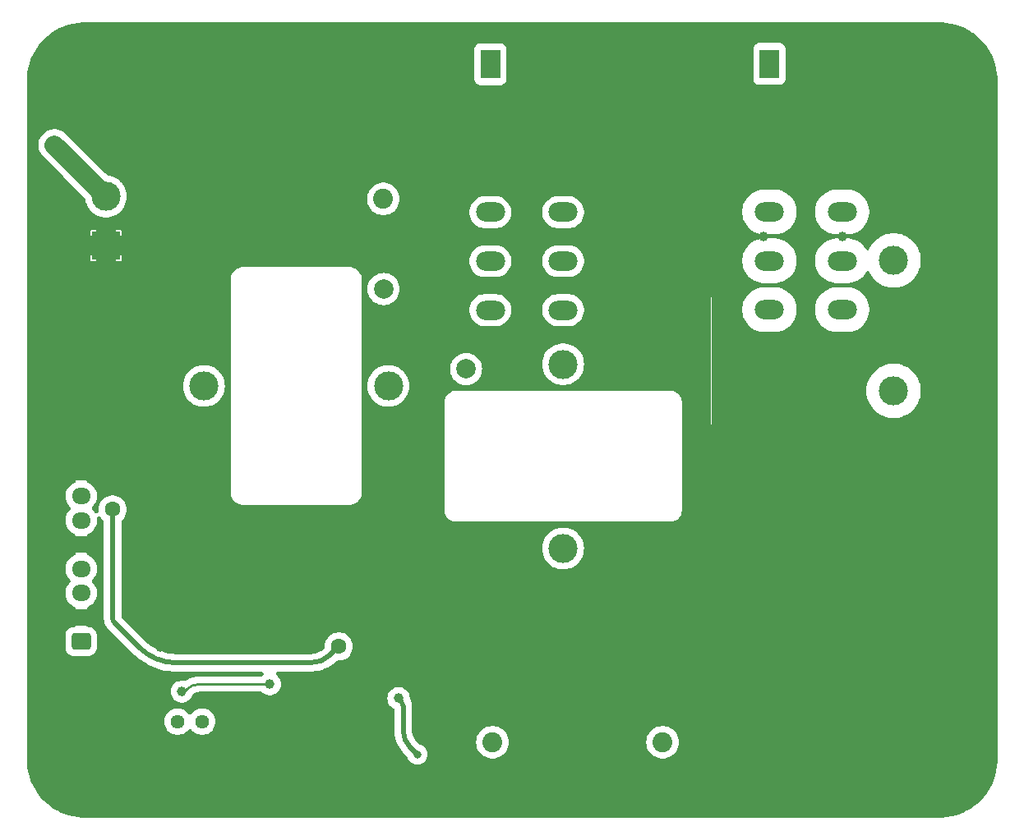
<source format=gbr>
%TF.GenerationSoftware,KiCad,Pcbnew,8.0.4*%
%TF.CreationDate,2024-09-14T12:23:50+09:30*%
%TF.ProjectId,TXRX_relay_board,54585258-5f72-4656-9c61-795f626f6172,1.2*%
%TF.SameCoordinates,Original*%
%TF.FileFunction,Copper,L2,Bot*%
%TF.FilePolarity,Positive*%
%FSLAX46Y46*%
G04 Gerber Fmt 4.6, Leading zero omitted, Abs format (unit mm)*
G04 Created by KiCad (PCBNEW 8.0.4) date 2024-09-14 12:23:50*
%MOMM*%
%LPD*%
G01*
G04 APERTURE LIST*
G04 Aperture macros list*
%AMRoundRect*
0 Rectangle with rounded corners*
0 $1 Rounding radius*
0 $2 $3 $4 $5 $6 $7 $8 $9 X,Y pos of 4 corners*
0 Add a 4 corners polygon primitive as box body*
4,1,4,$2,$3,$4,$5,$6,$7,$8,$9,$2,$3,0*
0 Add four circle primitives for the rounded corners*
1,1,$1+$1,$2,$3*
1,1,$1+$1,$4,$5*
1,1,$1+$1,$6,$7*
1,1,$1+$1,$8,$9*
0 Add four rect primitives between the rounded corners*
20,1,$1+$1,$2,$3,$4,$5,0*
20,1,$1+$1,$4,$5,$6,$7,0*
20,1,$1+$1,$6,$7,$8,$9,0*
20,1,$1+$1,$8,$9,$2,$3,0*%
G04 Aperture macros list end*
%TA.AperFunction,ComponentPad*%
%ADD10O,3.000000X2.000000*%
%TD*%
%TA.AperFunction,ComponentPad*%
%ADD11R,2.000000X3.000000*%
%TD*%
%TA.AperFunction,ComponentPad*%
%ADD12O,2.000000X3.000000*%
%TD*%
%TA.AperFunction,ComponentPad*%
%ADD13R,3.000000X3.000000*%
%TD*%
%TA.AperFunction,ComponentPad*%
%ADD14C,3.000000*%
%TD*%
%TA.AperFunction,ComponentPad*%
%ADD15C,2.050000*%
%TD*%
%TA.AperFunction,ComponentPad*%
%ADD16C,2.250000*%
%TD*%
%TA.AperFunction,ComponentPad*%
%ADD17RoundRect,0.250000X0.725000X-0.600000X0.725000X0.600000X-0.725000X0.600000X-0.725000X-0.600000X0*%
%TD*%
%TA.AperFunction,ComponentPad*%
%ADD18O,1.950000X1.700000*%
%TD*%
%TA.AperFunction,ComponentPad*%
%ADD19C,1.440000*%
%TD*%
%TA.AperFunction,ComponentPad*%
%ADD20C,2.000000*%
%TD*%
%TA.AperFunction,ViaPad*%
%ADD21C,1.000000*%
%TD*%
%TA.AperFunction,ViaPad*%
%ADD22C,0.800000*%
%TD*%
%TA.AperFunction,ViaPad*%
%ADD23C,2.000000*%
%TD*%
%TA.AperFunction,ViaPad*%
%ADD24C,6.000000*%
%TD*%
%TA.AperFunction,ViaPad*%
%ADD25C,1.600000*%
%TD*%
%TA.AperFunction,ViaPad*%
%ADD26C,1.400000*%
%TD*%
%TA.AperFunction,Conductor*%
%ADD27C,0.500000*%
%TD*%
%TA.AperFunction,Conductor*%
%ADD28C,0.250000*%
%TD*%
%TA.AperFunction,Conductor*%
%ADD29C,0.750000*%
%TD*%
%TA.AperFunction,Conductor*%
%ADD30C,2.000000*%
%TD*%
%ADD31C,0.350000*%
G04 APERTURE END LIST*
D10*
%TO.P,K1,11*%
%TO.N,Net-(J3-In)*%
X120250000Y-82622800D03*
X112750000Y-82622800D03*
%TO.P,K1,12*%
%TO.N,Net-(K1-Pad12)*%
X120250000Y-77582800D03*
X112750000Y-77582800D03*
%TO.P,K1,14*%
%TO.N,Net-(K1-Pad14)*%
X120250000Y-87662800D03*
X112750000Y-87662800D03*
D11*
%TO.P,K1,A1*%
%TO.N,Net-(D1-K)*%
X112750000Y-62322800D03*
D12*
%TO.P,K1,A2*%
%TO.N,GND*%
X120250000Y-62322800D03*
%TD*%
D10*
%TO.P,K2,11*%
%TO.N,Net-(J6-In)*%
X149000000Y-82590000D03*
X141500000Y-82590000D03*
%TO.P,K2,12*%
%TO.N,Net-(K1-Pad12)*%
X149000000Y-77550000D03*
X141500000Y-77550000D03*
%TO.P,K2,14*%
%TO.N,Net-(J5-In)*%
X149000000Y-87630000D03*
X141500000Y-87630000D03*
D11*
%TO.P,K2,A1*%
%TO.N,Net-(D8-K)*%
X141500000Y-62290000D03*
D12*
%TO.P,K2,A2*%
%TO.N,GND*%
X149000000Y-62290000D03*
%TD*%
D13*
%TO.P,J1,1,Pin_1*%
%TO.N,GND*%
X73152000Y-81026000D03*
D14*
%TO.P,J1,2,Pin_2*%
%TO.N,+12V*%
X73152000Y-75946000D03*
%TD*%
D15*
%TO.P,J4,1,In*%
%TO.N,Net-(J4-In)*%
X130490808Y-132232500D03*
D16*
%TO.P,J4,2,Ext*%
%TO.N,GND*%
X133030808Y-129692500D03*
X127950808Y-129692500D03*
X133030808Y-134772500D03*
X127950808Y-134772500D03*
%TD*%
D14*
%TO.P,J5,1,In*%
%TO.N,Net-(J5-In)*%
X154300000Y-96000000D03*
%TD*%
D17*
%TO.P,J2,1,Pin_1*%
%TO.N,HIGH_PWR_IN*%
X70600000Y-121850000D03*
D18*
%TO.P,J2,2,Pin_2*%
%TO.N,GND*%
X70600000Y-119350000D03*
%TO.P,J2,3,Pin_3*%
%TO.N,FWD_PWR*%
X70600000Y-116850000D03*
%TO.P,J2,4,Pin_4*%
%TO.N,REF_PWR*%
X70600000Y-114350000D03*
%TO.P,J2,5,Pin_5*%
%TO.N,GND*%
X70600000Y-111850000D03*
%TO.P,J2,6,Pin_6*%
%TO.N,Rel2*%
X70600000Y-109350000D03*
%TO.P,J2,7,Pin_7*%
%TO.N,Rel1*%
X70600000Y-106850000D03*
%TO.P,J2,8,Pin_8*%
%TO.N,GND*%
X70600000Y-104350000D03*
%TD*%
D15*
%TO.P,J3,1,In*%
%TO.N,Net-(J3-In)*%
X101727000Y-76200000D03*
D16*
%TO.P,J3,2,Ext*%
%TO.N,GND*%
X99187000Y-73660000D03*
X99187000Y-78740000D03*
X104267000Y-73660000D03*
X104267000Y-78740000D03*
%TD*%
D19*
%TO.P,RV1,1,1*%
%TO.N,Net-(R14-Pad2)*%
X83075000Y-130096000D03*
%TO.P,RV1,2,2*%
%TO.N,Net-(U1--)*%
X80535000Y-130096000D03*
%TO.P,RV1,3,3*%
%TO.N,GND*%
X77995000Y-130096000D03*
%TD*%
D15*
%TO.P,R9,1*%
%TO.N,Net-(C5-Pad2)*%
X112969808Y-132232500D03*
D16*
%TO.P,R9,2*%
%TO.N,GND*%
X110429808Y-129692500D03*
X110429808Y-134772500D03*
X115509808Y-129692500D03*
X115509808Y-134772500D03*
%TD*%
D14*
%TO.P,J6,1,In*%
%TO.N,Net-(J6-In)*%
X154300000Y-82550000D03*
%TD*%
%TO.P,L2,1,1*%
%TO.N,Net-(K1-Pad14)*%
X120250000Y-93250000D03*
%TO.P,L2,2,2*%
%TO.N,Net-(C3-Pad1)*%
X120250000Y-112250000D03*
D20*
%TO.P,L2,3,3*%
%TO.N,GND*%
X110250000Y-111750000D03*
%TO.P,L2,4,4*%
%TO.N,Net-(D3-A)*%
X110250000Y-93750000D03*
%TD*%
D14*
%TO.P,L1,1,1*%
%TO.N,Net-(D3-A)*%
X102250000Y-95500000D03*
%TO.P,L1,2,2*%
%TO.N,Net-(D2-A)*%
X83250000Y-95500000D03*
D20*
%TO.P,L1,3,3*%
%TO.N,GND*%
X83750000Y-85500000D03*
%TO.P,L1,4,4*%
%TO.N,Net-(K1-Pad14)*%
X101750000Y-85500000D03*
%TD*%
D21*
%TO.N,GND*%
X132886266Y-58700000D03*
X98134314Y-70450000D03*
X164050000Y-123900000D03*
X87271570Y-82000000D03*
X113180396Y-70750000D03*
X66200000Y-123040000D03*
X95500000Y-76900000D03*
X96418400Y-117017800D03*
X66200000Y-90520000D03*
X149000000Y-80100000D03*
X86913734Y-138850000D03*
X164050000Y-91380000D03*
X139440198Y-101850000D03*
X126600000Y-87784314D03*
X143943140Y-138850000D03*
X128700000Y-86915686D03*
X97600000Y-124700000D03*
X102000000Y-121484314D03*
X80700000Y-102962744D03*
X157700000Y-86300000D03*
X77063600Y-116103400D03*
X164050000Y-104930000D03*
D22*
X121750000Y-129300000D03*
D21*
X136400000Y-82650000D03*
X79200000Y-94784314D03*
X133800000Y-84515686D03*
X140640198Y-104400000D03*
X102430000Y-123340000D03*
X133750000Y-116750000D03*
X100150000Y-102450000D03*
X85300000Y-102600000D03*
X146464696Y-58700000D03*
X162265686Y-70800000D03*
X110450000Y-66150000D03*
X110464710Y-70750000D03*
X108700000Y-76100000D03*
X144871570Y-101850000D03*
X80700000Y-89384314D03*
X106100000Y-82000000D03*
X117105884Y-72200000D03*
X136400000Y-120697058D03*
X164050000Y-126610000D03*
X133750000Y-103418628D03*
X113500000Y-93950000D03*
X89987256Y-82000000D03*
X136400000Y-131559802D03*
X124100000Y-110850000D03*
X114505884Y-85100000D03*
X124400000Y-81315686D03*
X133000000Y-66100000D03*
X66200000Y-74260000D03*
X136400000Y-109834314D03*
X103207850Y-138850000D03*
X113000000Y-117400000D03*
X146284314Y-80100000D03*
X144737256Y-106400000D03*
X118611768Y-70750000D03*
X97700000Y-132700000D03*
X127968628Y-72200000D03*
X116250000Y-66150000D03*
X116786280Y-138850000D03*
X94996000Y-118745000D03*
X164050000Y-113060000D03*
X77495400Y-125526800D03*
X80721200Y-112750600D03*
X115896082Y-70750000D03*
X114168628Y-138800000D03*
X126600000Y-82800000D03*
X128700000Y-94615686D03*
X143749010Y-58700000D03*
X126600000Y-93215686D03*
X104900000Y-107718628D03*
X97400000Y-120100000D03*
D22*
X80650000Y-87400000D03*
D21*
X135601952Y-58700000D03*
X76050000Y-109250000D03*
X127550000Y-120450000D03*
X113876464Y-58700000D03*
X66200000Y-79680000D03*
X122023522Y-58700000D03*
X114600000Y-115700000D03*
X105650000Y-131600000D03*
X127454894Y-58700000D03*
X71100000Y-95300000D03*
X70350000Y-69450000D03*
X124500000Y-86831372D03*
X120100000Y-80000000D03*
X164050000Y-80540000D03*
X80111600Y-119456200D03*
X107750000Y-127400000D03*
X133750000Y-114034314D03*
X109550000Y-126050000D03*
X100298034Y-58700000D03*
X107100000Y-74500000D03*
X156934314Y-104400000D03*
X149180382Y-58700000D03*
X94866662Y-58700000D03*
X74200000Y-126850000D03*
X91200000Y-127950000D03*
X92702942Y-82000000D03*
X124043140Y-70750000D03*
X89865200Y-121900000D03*
D22*
X122450000Y-132900000D03*
D21*
X124933338Y-138850000D03*
X80700000Y-92100000D03*
X88265000Y-116052600D03*
X97840800Y-113055400D03*
X100200000Y-107150000D03*
X133750000Y-119068628D03*
X107500000Y-122184314D03*
X146071570Y-104400000D03*
X95418628Y-70450000D03*
X126600000Y-85515686D03*
D23*
X161000000Y-77000000D03*
D21*
X133750000Y-97987256D03*
D23*
X157400000Y-101900000D03*
D21*
X122537256Y-72200000D03*
X111790198Y-85100000D03*
X83540600Y-112725200D03*
X66200000Y-125750000D03*
X136400000Y-112550000D03*
X100150000Y-98050000D03*
X136400000Y-90797058D03*
X162700000Y-67200000D03*
X111160778Y-58700000D03*
X108065686Y-91000000D03*
X133750000Y-121784314D03*
X125300000Y-72200000D03*
X97850000Y-135100000D03*
X103565686Y-82000000D03*
X128700000Y-91900000D03*
D22*
X84226400Y-128473200D03*
D21*
X109450000Y-84750000D03*
X66200000Y-87810000D03*
X117221570Y-85100000D03*
X111550000Y-118850000D03*
X66200000Y-106780000D03*
D22*
X148300000Y-95500000D03*
D21*
X136400000Y-115265686D03*
X133800000Y-81800000D03*
X164050000Y-96800000D03*
D22*
X142200000Y-94050000D03*
D21*
X137924512Y-104400000D03*
X136400000Y-93512744D03*
X146658826Y-138850000D03*
X133800000Y-89947058D03*
X130170580Y-58700000D03*
X95450000Y-79350000D03*
X110100000Y-117100000D03*
D24*
X159000000Y-64000000D03*
D21*
X66200000Y-76970000D03*
X138317638Y-58700000D03*
X89629420Y-138850000D03*
X89987256Y-70450000D03*
X124739208Y-58700000D03*
X76100000Y-111300000D03*
X154805884Y-138850000D03*
X98134314Y-82000000D03*
X164050000Y-72410000D03*
X138511768Y-138850000D03*
X136590198Y-106400000D03*
X152550000Y-78350000D03*
X126758826Y-70750000D03*
X77000000Y-100600000D03*
X133750000Y-111318628D03*
X75800000Y-89400000D03*
X114800000Y-80000000D03*
X136400000Y-88081372D03*
X147587256Y-101850000D03*
D24*
X71000000Y-64000000D03*
D21*
X136400000Y-128844116D03*
X104700000Y-65250000D03*
X80700000Y-111109802D03*
X66200000Y-85100000D03*
X164050000Y-115770000D03*
X151896068Y-58700000D03*
X104900000Y-110434314D03*
X76400000Y-104700000D03*
X97582348Y-58700000D03*
X98340000Y-126200000D03*
D22*
X85496400Y-127533400D03*
D21*
X127649024Y-138850000D03*
X86719604Y-58700000D03*
X116600000Y-110850000D03*
X152550000Y-76550000D03*
X84003918Y-58700000D03*
X119307836Y-58700000D03*
X84198048Y-138850000D03*
X85250000Y-98300000D03*
X116600000Y-116550000D03*
X133080396Y-138850000D03*
X140540198Y-69900000D03*
X116700000Y-80000000D03*
X152090198Y-138850000D03*
X133750000Y-108850000D03*
X116592150Y-58700000D03*
X81840198Y-82000000D03*
D24*
X71000000Y-134000000D03*
D21*
X109100000Y-115000000D03*
X66200000Y-120330000D03*
X77300000Y-61500000D03*
D22*
X108000000Y-72600000D03*
D21*
X105923536Y-138850000D03*
X108639222Y-138850000D03*
X66200000Y-98650000D03*
D22*
X140350000Y-94050000D03*
D21*
X143568628Y-80100000D03*
X69750000Y-129300000D03*
D22*
X121100000Y-120450000D03*
D21*
X66200000Y-82390000D03*
X66200000Y-93230000D03*
X142155884Y-101850000D03*
X136000000Y-72400000D03*
X141033324Y-58700000D03*
X81288232Y-58700000D03*
X143255884Y-69900000D03*
X104900000Y-99571570D03*
X132190198Y-70750000D03*
X164050000Y-94090000D03*
X139305884Y-106400000D03*
D22*
X121050000Y-134300000D03*
D21*
X100850000Y-70450000D03*
X123800000Y-65600000D03*
X71700000Y-124100000D03*
X91500000Y-129600000D03*
X130100000Y-118500000D03*
D22*
X119550000Y-120450000D03*
D21*
X80700000Y-108394116D03*
X97776478Y-138850000D03*
D23*
X155200000Y-76900000D03*
D21*
X119821570Y-72200000D03*
X66200000Y-109490000D03*
X156150000Y-59950000D03*
X159350000Y-104450000D03*
X99830000Y-122940000D03*
X156834314Y-70800000D03*
D22*
X146450000Y-94100000D03*
D21*
X81482362Y-138850000D03*
X78766676Y-138850000D03*
X128600000Y-81400000D03*
X164050000Y-77830000D03*
X154611754Y-58700000D03*
X128700000Y-89184314D03*
D22*
X121100000Y-132900000D03*
D21*
X89900000Y-127950000D03*
X126350000Y-118350000D03*
X97815400Y-115265200D03*
X85150000Y-107200000D03*
D23*
X161000000Y-88200000D03*
D21*
X130364710Y-138850000D03*
X122652942Y-85100000D03*
X141227454Y-138850000D03*
X149168628Y-72350000D03*
X78486000Y-111328200D03*
X92702942Y-70450000D03*
X80700000Y-100247058D03*
X95418628Y-82000000D03*
X77050000Y-99100000D03*
X84555884Y-70450000D03*
D23*
X161000000Y-102000000D03*
D21*
X140852942Y-80100000D03*
D22*
X123450000Y-122500000D03*
D21*
X104600000Y-121884314D03*
X135796082Y-138850000D03*
X87271570Y-70450000D03*
D22*
X80650000Y-85450000D03*
D21*
X119937256Y-85100000D03*
X82905600Y-119456200D03*
X136400000Y-126128430D03*
X143737256Y-72350000D03*
X114390198Y-72200000D03*
D22*
X80350000Y-72000000D03*
D21*
X75800000Y-90800000D03*
X164050000Y-85960000D03*
X80700000Y-105678430D03*
X81840198Y-70450000D03*
X112600000Y-80000000D03*
X152500000Y-74750000D03*
X109550000Y-123334314D03*
X136400000Y-96228430D03*
X66150000Y-72250000D03*
X91084400Y-113766600D03*
D22*
X144250000Y-94050000D03*
D21*
X136400000Y-123412744D03*
X105729406Y-58700000D03*
X66200000Y-104070000D03*
X126200000Y-63350000D03*
X145971570Y-69900000D03*
X114850000Y-118200000D03*
X103565686Y-70450000D03*
D23*
X154100000Y-101900000D03*
D21*
X76900000Y-137400000D03*
X105330000Y-123640000D03*
X143355884Y-104400000D03*
X66200000Y-112200000D03*
X158315686Y-106400000D03*
X111674512Y-72200000D03*
X91000000Y-109500000D03*
X107750000Y-83350000D03*
X129450000Y-122200000D03*
X66200000Y-101360000D03*
X89865200Y-120319800D03*
X133800000Y-87231372D03*
X161600000Y-73250000D03*
D24*
X159000000Y-134000000D03*
D21*
X100492164Y-138850000D03*
X134000000Y-124000000D03*
X130684314Y-72200000D03*
X136400000Y-101659802D03*
X118500000Y-80000000D03*
X138305884Y-72350000D03*
X133750000Y-106134314D03*
X105350000Y-91000000D03*
X79200000Y-97500000D03*
X138100000Y-66100000D03*
D22*
X118298808Y-125651746D03*
D21*
X92150976Y-58700000D03*
X151884314Y-72350000D03*
D22*
X117750000Y-122550000D03*
D21*
X150302942Y-101850000D03*
X99300000Y-121000000D03*
X155300000Y-88200000D03*
X164050000Y-102220000D03*
X157800000Y-79400000D03*
X108445092Y-58700000D03*
X155600000Y-106400000D03*
X164050000Y-75120000D03*
X124500000Y-94531372D03*
X164050000Y-69700000D03*
X138600000Y-80600000D03*
X90982800Y-116001800D03*
X121327454Y-70750000D03*
X101260000Y-126170000D03*
X99550000Y-131500000D03*
X101650000Y-110850000D03*
X106050000Y-118150000D03*
D22*
X125050000Y-125650000D03*
D21*
X124500000Y-89100000D03*
X111354908Y-138850000D03*
D22*
X122450000Y-134350000D03*
D21*
X154600000Y-73250000D03*
X159450000Y-73250000D03*
X78740000Y-122377200D03*
X75800000Y-88050000D03*
D22*
X150350000Y-99150000D03*
D21*
X105580000Y-126140000D03*
X106400000Y-120534314D03*
D23*
X157800000Y-89200000D03*
D21*
X113497058Y-91000000D03*
D23*
X161000000Y-90450000D03*
D21*
X122217652Y-138850000D03*
X164050000Y-83250000D03*
X148687256Y-69900000D03*
D22*
X78450000Y-73550000D03*
D21*
X66871875Y-68033750D03*
X154218628Y-104400000D03*
X157315686Y-73250000D03*
X80695800Y-125501400D03*
X107750000Y-124684314D03*
X159550000Y-70800000D03*
X124500000Y-84115686D03*
X151502942Y-104400000D03*
X75300000Y-95250000D03*
X100850000Y-82000000D03*
X113250000Y-66150000D03*
X130100000Y-115900000D03*
X122100000Y-80000000D03*
X147452942Y-106400000D03*
X107500000Y-116700000D03*
X141021570Y-72350000D03*
X148787256Y-104400000D03*
X66200000Y-114910000D03*
X146452942Y-72350000D03*
X136400000Y-98944116D03*
X84280000Y-131910000D03*
X136400000Y-117981372D03*
X124500000Y-91815686D03*
D22*
X120200000Y-122500000D03*
D21*
X76050000Y-107600000D03*
X79300000Y-60000000D03*
X95500000Y-74600000D03*
D22*
X121750000Y-128200000D03*
D21*
X149374512Y-138850000D03*
X66200000Y-117620000D03*
X133750000Y-95271570D03*
D22*
X149350000Y-97100000D03*
D21*
X104900000Y-102287256D03*
X111800000Y-121350000D03*
X85521800Y-119456200D03*
X164050000Y-107640000D03*
X128700000Y-84200000D03*
X133750000Y-100702942D03*
X92345106Y-138850000D03*
X164050000Y-118480000D03*
X119600000Y-138800000D03*
D22*
X76850000Y-74950000D03*
D21*
X95550000Y-72400000D03*
X101750000Y-89200000D03*
X129474512Y-70750000D03*
X162065686Y-104450000D03*
X68100000Y-127550000D03*
X164050000Y-88670000D03*
X151402942Y-69900000D03*
X91000000Y-111650000D03*
X110781372Y-91000000D03*
X116600000Y-113800000D03*
X104900000Y-96855884D03*
X66200000Y-95940000D03*
X104900000Y-113150000D03*
X113250000Y-119900000D03*
X164050000Y-121190000D03*
X152884314Y-106400000D03*
X164050000Y-99510000D03*
X96250000Y-111400000D03*
X104900000Y-105002942D03*
X109300000Y-120834314D03*
X133400000Y-72200000D03*
X85547200Y-112750600D03*
X154118628Y-70800000D03*
X126300000Y-115950000D03*
X103250000Y-64100000D03*
X136400000Y-85365686D03*
X142021570Y-106400000D03*
X81991200Y-122377200D03*
X103800000Y-120134314D03*
X72390000Y-115595400D03*
X95060792Y-138850000D03*
X124150000Y-113350000D03*
X103013720Y-58700000D03*
X133800000Y-92662744D03*
X76950000Y-95250000D03*
X108650000Y-118550000D03*
X89435290Y-58700000D03*
D23*
X157900000Y-77000000D03*
D21*
X164050000Y-110350000D03*
D22*
X121700000Y-135600000D03*
D21*
X164050000Y-129320000D03*
X119150000Y-66150000D03*
X150168628Y-106400000D03*
X111700000Y-115400000D03*
X84555884Y-82000000D03*
X126600000Y-90500000D03*
D25*
%TO.N,+5V*%
X73837800Y-108229400D03*
X97129600Y-122351800D03*
D26*
%TO.N,+12V*%
X67818000Y-70485000D03*
X69088000Y-71755000D03*
D21*
%TO.N,Net-(R16-Pad2)*%
X90038844Y-126227883D03*
X80968517Y-127000000D03*
%TO.N,Net-(Q4-B)*%
X103300000Y-127700000D03*
D22*
X105228094Y-133492772D03*
%TD*%
D27*
%TO.N,Net-(Q4-B)*%
X103538000Y-127938000D02*
G75*
G02*
X103776007Y-128512582I-574600J-574600D01*
G01*
X103776000Y-131013892D02*
G75*
G03*
X104502039Y-132766733I2478900J-8D01*
G01*
D28*
%TO.N,Net-(R16-Pad2)*%
X90027785Y-126238941D02*
G75*
G02*
X90001087Y-126249978I-26685J26741D01*
G01*
X82741284Y-126250000D02*
G75*
G03*
X81487750Y-126769233I16J-1772800D01*
G01*
D29*
%TO.N,+12V*%
X67818000Y-70548500D02*
G75*
G03*
X67862902Y-70656900I153300J0D01*
G01*
D27*
%TO.N,+5V*%
X74336819Y-120234619D02*
G75*
G03*
X74358500Y-120243588I21681J21719D01*
G01*
X74380180Y-120252580D02*
G75*
G03*
X74358500Y-120243612I-21680J-21720D01*
G01*
X96285500Y-123195900D02*
G75*
G02*
X94247662Y-124039984I-2037800J2037800D01*
G01*
X76573807Y-122446207D02*
G75*
G03*
X80421563Y-124040011I3847793J3847807D01*
G01*
X73837800Y-119376389D02*
G75*
G03*
X74091797Y-119989603I867200J-11D01*
G01*
X73837800Y-119376389D02*
X73837800Y-108229400D01*
X94247662Y-124040000D02*
X80421563Y-124040000D01*
X74380180Y-120252580D02*
X76573807Y-122446207D01*
X74336819Y-120234619D02*
X74091800Y-119989600D01*
X97129600Y-122351800D02*
X96285500Y-123195900D01*
D29*
%TO.N,+12V*%
X67818000Y-70485000D02*
X67818000Y-70548500D01*
D30*
X67862901Y-70656901D02*
X73152000Y-75946000D01*
D28*
%TO.N,Net-(R16-Pad2)*%
X90038844Y-126227883D02*
X90027785Y-126238941D01*
X90001087Y-126250000D02*
X82741284Y-126250000D01*
X80968517Y-127288463D02*
X81487748Y-126769231D01*
D27*
%TO.N,Net-(Q4-B)*%
X103776000Y-128512582D02*
X103776000Y-131013892D01*
X105228094Y-133492772D02*
X104502047Y-132766725D01*
X103538000Y-127938000D02*
X103300000Y-127700000D01*
%TD*%
%TA.AperFunction,Conductor*%
%TO.N,GND*%
G36*
X165000000Y-103000000D02*
G01*
X135500000Y-103000000D01*
X135521212Y-96000000D01*
X151494754Y-96000000D01*
X151513722Y-96325671D01*
X151570369Y-96646931D01*
X151570369Y-96646933D01*
X151663929Y-96959445D01*
X151663931Y-96959451D01*
X151793141Y-97258992D01*
X151956251Y-97541508D01*
X152151057Y-97803177D01*
X152374923Y-98040462D01*
X152624823Y-98250153D01*
X152897377Y-98429414D01*
X153188899Y-98575822D01*
X153495446Y-98687396D01*
X153495449Y-98687396D01*
X153495450Y-98687397D01*
X153812863Y-98762626D01*
X153812868Y-98762626D01*
X153812874Y-98762628D01*
X154136889Y-98800500D01*
X154136892Y-98800500D01*
X154463108Y-98800500D01*
X154463111Y-98800500D01*
X154787126Y-98762628D01*
X154787132Y-98762626D01*
X154787136Y-98762626D01*
X154998744Y-98712473D01*
X155104554Y-98687396D01*
X155411101Y-98575822D01*
X155702623Y-98429414D01*
X155975177Y-98250153D01*
X156225077Y-98040462D01*
X156448943Y-97803177D01*
X156643749Y-97541508D01*
X156806859Y-97258992D01*
X156936069Y-96959451D01*
X157029630Y-96646934D01*
X157086278Y-96325669D01*
X157105246Y-96000000D01*
X157086278Y-95674331D01*
X157029630Y-95353066D01*
X156936069Y-95040549D01*
X156806859Y-94741008D01*
X156643749Y-94458492D01*
X156448943Y-94196823D01*
X156225077Y-93959538D01*
X155975177Y-93749847D01*
X155702623Y-93570586D01*
X155411101Y-93424178D01*
X155104554Y-93312604D01*
X155104555Y-93312604D01*
X155104549Y-93312602D01*
X154787136Y-93237373D01*
X154681825Y-93225064D01*
X154463111Y-93199500D01*
X154136889Y-93199500D01*
X153958346Y-93220368D01*
X153812863Y-93237373D01*
X153495450Y-93312602D01*
X153311767Y-93379457D01*
X153188899Y-93424178D01*
X153188898Y-93424178D01*
X153188896Y-93424179D01*
X152897371Y-93570589D01*
X152624828Y-93749843D01*
X152374924Y-93959536D01*
X152151060Y-94196819D01*
X151956252Y-94458490D01*
X151956250Y-94458493D01*
X151793141Y-94741007D01*
X151793138Y-94741014D01*
X151663931Y-95040547D01*
X151663929Y-95040554D01*
X151570369Y-95353066D01*
X151570369Y-95353068D01*
X151513722Y-95674328D01*
X151494754Y-96000000D01*
X135521212Y-96000000D01*
X135547032Y-87479215D01*
X138699500Y-87479215D01*
X138699500Y-87780784D01*
X138738861Y-88079760D01*
X138738861Y-88079765D01*
X138816911Y-88371050D01*
X138816915Y-88371063D01*
X138932313Y-88649660D01*
X138932315Y-88649664D01*
X138932317Y-88649668D01*
X139083100Y-88910832D01*
X139083102Y-88910835D01*
X139266675Y-89150073D01*
X139266677Y-89150075D01*
X139266681Y-89150080D01*
X139479920Y-89363319D01*
X139479924Y-89363322D01*
X139479926Y-89363324D01*
X139719164Y-89546897D01*
X139719168Y-89546900D01*
X139980332Y-89697683D01*
X140258942Y-89813087D01*
X140550232Y-89891138D01*
X140849217Y-89930500D01*
X140849218Y-89930500D01*
X142150782Y-89930500D01*
X142150783Y-89930500D01*
X142449768Y-89891138D01*
X142741058Y-89813087D01*
X143019668Y-89697683D01*
X143280832Y-89546900D01*
X143520080Y-89363319D01*
X143733319Y-89150080D01*
X143916900Y-88910832D01*
X144067683Y-88649668D01*
X144183087Y-88371058D01*
X144261138Y-88079768D01*
X144300500Y-87780783D01*
X144300500Y-87479217D01*
X144300500Y-87479215D01*
X146199500Y-87479215D01*
X146199500Y-87780784D01*
X146238861Y-88079760D01*
X146238861Y-88079765D01*
X146316911Y-88371050D01*
X146316915Y-88371063D01*
X146432313Y-88649660D01*
X146432315Y-88649664D01*
X146432317Y-88649668D01*
X146583100Y-88910832D01*
X146583102Y-88910835D01*
X146766675Y-89150073D01*
X146766677Y-89150075D01*
X146766681Y-89150080D01*
X146979920Y-89363319D01*
X146979924Y-89363322D01*
X146979926Y-89363324D01*
X147219164Y-89546897D01*
X147219168Y-89546900D01*
X147480332Y-89697683D01*
X147758942Y-89813087D01*
X148050232Y-89891138D01*
X148349217Y-89930500D01*
X148349218Y-89930500D01*
X149650782Y-89930500D01*
X149650783Y-89930500D01*
X149949768Y-89891138D01*
X150241058Y-89813087D01*
X150519668Y-89697683D01*
X150780832Y-89546900D01*
X151020080Y-89363319D01*
X151233319Y-89150080D01*
X151416900Y-88910832D01*
X151567683Y-88649668D01*
X151683087Y-88371058D01*
X151761138Y-88079768D01*
X151800500Y-87780783D01*
X151800500Y-87479217D01*
X151761138Y-87180232D01*
X151683087Y-86888942D01*
X151567683Y-86610332D01*
X151416900Y-86349168D01*
X151233319Y-86109920D01*
X151020080Y-85896681D01*
X151020075Y-85896677D01*
X151020073Y-85896675D01*
X150780835Y-85713102D01*
X150780832Y-85713100D01*
X150519668Y-85562317D01*
X150519664Y-85562315D01*
X150519660Y-85562313D01*
X150241063Y-85446915D01*
X150241062Y-85446914D01*
X150241058Y-85446913D01*
X149949768Y-85368862D01*
X149949765Y-85368861D01*
X149949763Y-85368861D01*
X149650784Y-85329500D01*
X149650783Y-85329500D01*
X148349217Y-85329500D01*
X148349215Y-85329500D01*
X148050239Y-85368861D01*
X148050234Y-85368861D01*
X147758949Y-85446911D01*
X147758936Y-85446915D01*
X147480339Y-85562313D01*
X147219164Y-85713102D01*
X146979926Y-85896675D01*
X146766675Y-86109926D01*
X146583102Y-86349164D01*
X146432313Y-86610339D01*
X146316915Y-86888936D01*
X146316911Y-86888949D01*
X146238861Y-87180234D01*
X146238861Y-87180239D01*
X146199500Y-87479215D01*
X144300500Y-87479215D01*
X144261138Y-87180232D01*
X144183087Y-86888942D01*
X144067683Y-86610332D01*
X143916900Y-86349168D01*
X143733319Y-86109920D01*
X143520080Y-85896681D01*
X143520075Y-85896677D01*
X143520073Y-85896675D01*
X143280835Y-85713102D01*
X143280832Y-85713100D01*
X143019668Y-85562317D01*
X143019664Y-85562315D01*
X143019660Y-85562313D01*
X142741063Y-85446915D01*
X142741062Y-85446914D01*
X142741058Y-85446913D01*
X142449768Y-85368862D01*
X142449765Y-85368861D01*
X142449763Y-85368861D01*
X142150784Y-85329500D01*
X142150783Y-85329500D01*
X140849217Y-85329500D01*
X140849215Y-85329500D01*
X140550239Y-85368861D01*
X140550234Y-85368861D01*
X140258949Y-85446911D01*
X140258936Y-85446915D01*
X139980339Y-85562313D01*
X139719164Y-85713102D01*
X139479926Y-85896675D01*
X139266675Y-86109926D01*
X139083102Y-86349164D01*
X138932313Y-86610339D01*
X138816915Y-86888936D01*
X138816911Y-86888949D01*
X138738861Y-87180234D01*
X138738861Y-87180239D01*
X138699500Y-87479215D01*
X135547032Y-87479215D01*
X135562305Y-82439215D01*
X138699500Y-82439215D01*
X138699500Y-82740784D01*
X138738861Y-83039760D01*
X138738861Y-83039765D01*
X138816911Y-83331050D01*
X138816915Y-83331063D01*
X138932313Y-83609660D01*
X138932315Y-83609664D01*
X138932317Y-83609668D01*
X138941380Y-83625365D01*
X139083102Y-83870835D01*
X139266675Y-84110073D01*
X139266677Y-84110075D01*
X139266681Y-84110080D01*
X139479920Y-84323319D01*
X139479924Y-84323322D01*
X139479926Y-84323324D01*
X139719164Y-84506897D01*
X139719168Y-84506900D01*
X139980332Y-84657683D01*
X140258942Y-84773087D01*
X140550232Y-84851138D01*
X140849217Y-84890500D01*
X140849218Y-84890500D01*
X142150782Y-84890500D01*
X142150783Y-84890500D01*
X142449768Y-84851138D01*
X142741058Y-84773087D01*
X143019668Y-84657683D01*
X143280832Y-84506900D01*
X143520080Y-84323319D01*
X143733319Y-84110080D01*
X143916900Y-83870832D01*
X144067683Y-83609668D01*
X144183087Y-83331058D01*
X144261138Y-83039768D01*
X144300500Y-82740783D01*
X144300500Y-82439217D01*
X144300500Y-82439215D01*
X146199500Y-82439215D01*
X146199500Y-82740784D01*
X146238861Y-83039760D01*
X146238861Y-83039765D01*
X146316911Y-83331050D01*
X146316915Y-83331063D01*
X146432313Y-83609660D01*
X146432315Y-83609664D01*
X146432317Y-83609668D01*
X146441380Y-83625365D01*
X146583102Y-83870835D01*
X146766675Y-84110073D01*
X146766677Y-84110075D01*
X146766681Y-84110080D01*
X146979920Y-84323319D01*
X146979924Y-84323322D01*
X146979926Y-84323324D01*
X147219164Y-84506897D01*
X147219168Y-84506900D01*
X147480332Y-84657683D01*
X147758942Y-84773087D01*
X148050232Y-84851138D01*
X148349217Y-84890500D01*
X148349218Y-84890500D01*
X149650782Y-84890500D01*
X149650783Y-84890500D01*
X149949768Y-84851138D01*
X150241058Y-84773087D01*
X150519668Y-84657683D01*
X150780832Y-84506900D01*
X151020080Y-84323319D01*
X151233319Y-84110080D01*
X151416900Y-83870832D01*
X151548954Y-83642106D01*
X151594422Y-83601168D01*
X151655272Y-83594772D01*
X151708260Y-83625365D01*
X151725592Y-83652397D01*
X151793141Y-83808992D01*
X151956251Y-84091508D01*
X152151057Y-84353177D01*
X152374923Y-84590462D01*
X152624823Y-84800153D01*
X152897377Y-84979414D01*
X153188899Y-85125822D01*
X153495446Y-85237396D01*
X153495449Y-85237396D01*
X153495450Y-85237397D01*
X153812863Y-85312626D01*
X153812868Y-85312626D01*
X153812874Y-85312628D01*
X154136889Y-85350500D01*
X154136892Y-85350500D01*
X154463108Y-85350500D01*
X154463111Y-85350500D01*
X154787126Y-85312628D01*
X154787132Y-85312626D01*
X154787136Y-85312626D01*
X154998744Y-85262473D01*
X155104554Y-85237396D01*
X155411101Y-85125822D01*
X155702623Y-84979414D01*
X155975177Y-84800153D01*
X156225077Y-84590462D01*
X156448943Y-84353177D01*
X156643749Y-84091508D01*
X156806859Y-83808992D01*
X156936069Y-83509451D01*
X157029630Y-83196934D01*
X157086278Y-82875669D01*
X157105246Y-82550000D01*
X157086278Y-82224331D01*
X157029630Y-81903066D01*
X156936069Y-81590549D01*
X156806859Y-81291008D01*
X156643749Y-81008492D01*
X156448943Y-80746823D01*
X156225077Y-80509538D01*
X155975177Y-80299847D01*
X155702623Y-80120586D01*
X155411101Y-79974178D01*
X155104554Y-79862604D01*
X155104555Y-79862604D01*
X155104549Y-79862602D01*
X154787136Y-79787373D01*
X154681825Y-79775064D01*
X154463111Y-79749500D01*
X154136889Y-79749500D01*
X153958346Y-79770368D01*
X153812863Y-79787373D01*
X153495450Y-79862602D01*
X153311767Y-79929457D01*
X153188899Y-79974178D01*
X153188898Y-79974178D01*
X153188896Y-79974179D01*
X152897371Y-80120589D01*
X152624828Y-80299843D01*
X152374924Y-80509536D01*
X152151060Y-80746819D01*
X151956252Y-81008490D01*
X151956250Y-81008493D01*
X151793141Y-81291007D01*
X151793138Y-81291014D01*
X151705840Y-81493391D01*
X151665431Y-81539334D01*
X151605734Y-81552750D01*
X151549553Y-81528516D01*
X151529203Y-81503682D01*
X151416900Y-81309168D01*
X151233319Y-81069920D01*
X151020080Y-80856681D01*
X151020075Y-80856677D01*
X151020073Y-80856675D01*
X150780835Y-80673102D01*
X150780832Y-80673100D01*
X150519668Y-80522317D01*
X150519664Y-80522315D01*
X150519660Y-80522313D01*
X150241063Y-80406915D01*
X150241062Y-80406914D01*
X150241058Y-80406913D01*
X149949768Y-80328862D01*
X149949765Y-80328861D01*
X149949763Y-80328861D01*
X149650784Y-80289500D01*
X149650783Y-80289500D01*
X148349217Y-80289500D01*
X148349215Y-80289500D01*
X148050239Y-80328861D01*
X148050234Y-80328861D01*
X147758949Y-80406911D01*
X147758936Y-80406915D01*
X147480339Y-80522313D01*
X147219164Y-80673102D01*
X146979926Y-80856675D01*
X146766675Y-81069926D01*
X146583102Y-81309164D01*
X146432313Y-81570339D01*
X146316915Y-81848936D01*
X146316911Y-81848949D01*
X146238861Y-82140234D01*
X146238861Y-82140239D01*
X146199500Y-82439215D01*
X144300500Y-82439215D01*
X144261138Y-82140232D01*
X144183087Y-81848942D01*
X144067683Y-81570332D01*
X143916900Y-81309168D01*
X143733319Y-81069920D01*
X143520080Y-80856681D01*
X143520075Y-80856677D01*
X143520073Y-80856675D01*
X143280835Y-80673102D01*
X143280832Y-80673100D01*
X143019668Y-80522317D01*
X143019664Y-80522315D01*
X143019660Y-80522313D01*
X142741063Y-80406915D01*
X142741062Y-80406914D01*
X142741058Y-80406913D01*
X142449768Y-80328862D01*
X142449765Y-80328861D01*
X142449763Y-80328861D01*
X142150784Y-80289500D01*
X142150783Y-80289500D01*
X140849217Y-80289500D01*
X140849215Y-80289500D01*
X140550239Y-80328861D01*
X140550234Y-80328861D01*
X140258949Y-80406911D01*
X140258936Y-80406915D01*
X139980339Y-80522313D01*
X139719164Y-80673102D01*
X139479926Y-80856675D01*
X139266675Y-81069926D01*
X139083102Y-81309164D01*
X138932313Y-81570339D01*
X138816915Y-81848936D01*
X138816911Y-81848949D01*
X138738861Y-82140234D01*
X138738861Y-82140239D01*
X138699500Y-82439215D01*
X135562305Y-82439215D01*
X135577578Y-77399215D01*
X138699500Y-77399215D01*
X138699500Y-77700784D01*
X138738861Y-77999760D01*
X138738861Y-77999765D01*
X138816911Y-78291050D01*
X138816915Y-78291063D01*
X138932313Y-78569660D01*
X138932315Y-78569664D01*
X138932317Y-78569668D01*
X139083100Y-78830832D01*
X139083102Y-78830835D01*
X139266675Y-79070073D01*
X139266677Y-79070075D01*
X139266681Y-79070080D01*
X139479920Y-79283319D01*
X139479924Y-79283322D01*
X139479926Y-79283324D01*
X139719164Y-79466897D01*
X139719168Y-79466900D01*
X139980332Y-79617683D01*
X140258942Y-79733087D01*
X140550232Y-79811138D01*
X140849217Y-79850500D01*
X140849218Y-79850500D01*
X142150782Y-79850500D01*
X142150783Y-79850500D01*
X142449768Y-79811138D01*
X142741058Y-79733087D01*
X143019668Y-79617683D01*
X143280832Y-79466900D01*
X143520080Y-79283319D01*
X143733319Y-79070080D01*
X143916900Y-78830832D01*
X144067683Y-78569668D01*
X144183087Y-78291058D01*
X144261138Y-77999768D01*
X144300500Y-77700783D01*
X144300500Y-77399217D01*
X144300500Y-77399215D01*
X146199500Y-77399215D01*
X146199500Y-77700784D01*
X146238861Y-77999760D01*
X146238861Y-77999765D01*
X146316911Y-78291050D01*
X146316915Y-78291063D01*
X146432313Y-78569660D01*
X146432315Y-78569664D01*
X146432317Y-78569668D01*
X146583100Y-78830832D01*
X146583102Y-78830835D01*
X146766675Y-79070073D01*
X146766677Y-79070075D01*
X146766681Y-79070080D01*
X146979920Y-79283319D01*
X146979924Y-79283322D01*
X146979926Y-79283324D01*
X147219164Y-79466897D01*
X147219168Y-79466900D01*
X147480332Y-79617683D01*
X147758942Y-79733087D01*
X148050232Y-79811138D01*
X148349217Y-79850500D01*
X148349218Y-79850500D01*
X149650782Y-79850500D01*
X149650783Y-79850500D01*
X149949768Y-79811138D01*
X150241058Y-79733087D01*
X150519668Y-79617683D01*
X150780832Y-79466900D01*
X151020080Y-79283319D01*
X151233319Y-79070080D01*
X151416900Y-78830832D01*
X151567683Y-78569668D01*
X151683087Y-78291058D01*
X151761138Y-77999768D01*
X151800500Y-77700783D01*
X151800500Y-77399217D01*
X151761138Y-77100232D01*
X151683087Y-76808942D01*
X151567683Y-76530332D01*
X151416900Y-76269168D01*
X151233319Y-76029920D01*
X151020080Y-75816681D01*
X151020075Y-75816677D01*
X151020073Y-75816675D01*
X150780835Y-75633102D01*
X150780832Y-75633100D01*
X150519668Y-75482317D01*
X150519664Y-75482315D01*
X150519660Y-75482313D01*
X150241063Y-75366915D01*
X150241062Y-75366914D01*
X150241058Y-75366913D01*
X149949768Y-75288862D01*
X149949765Y-75288861D01*
X149949763Y-75288861D01*
X149650784Y-75249500D01*
X149650783Y-75249500D01*
X148349217Y-75249500D01*
X148349215Y-75249500D01*
X148050239Y-75288861D01*
X148050234Y-75288861D01*
X147758949Y-75366911D01*
X147758936Y-75366915D01*
X147480339Y-75482313D01*
X147219164Y-75633102D01*
X146979926Y-75816675D01*
X146766675Y-76029926D01*
X146583102Y-76269164D01*
X146432313Y-76530339D01*
X146316915Y-76808936D01*
X146316911Y-76808949D01*
X146238861Y-77100234D01*
X146238861Y-77100239D01*
X146199500Y-77399215D01*
X144300500Y-77399215D01*
X144261138Y-77100232D01*
X144183087Y-76808942D01*
X144067683Y-76530332D01*
X143916900Y-76269168D01*
X143733319Y-76029920D01*
X143520080Y-75816681D01*
X143520075Y-75816677D01*
X143520073Y-75816675D01*
X143280835Y-75633102D01*
X143280832Y-75633100D01*
X143019668Y-75482317D01*
X143019664Y-75482315D01*
X143019660Y-75482313D01*
X142741063Y-75366915D01*
X142741062Y-75366914D01*
X142741058Y-75366913D01*
X142449768Y-75288862D01*
X142449765Y-75288861D01*
X142449763Y-75288861D01*
X142150784Y-75249500D01*
X142150783Y-75249500D01*
X140849217Y-75249500D01*
X140849215Y-75249500D01*
X140550239Y-75288861D01*
X140550234Y-75288861D01*
X140258949Y-75366911D01*
X140258936Y-75366915D01*
X139980339Y-75482313D01*
X139719164Y-75633102D01*
X139479926Y-75816675D01*
X139266675Y-76029926D01*
X139083102Y-76269164D01*
X138932313Y-76530339D01*
X138816915Y-76808936D01*
X138816911Y-76808949D01*
X138738861Y-77100234D01*
X138738861Y-77100239D01*
X138699500Y-77399215D01*
X135577578Y-77399215D01*
X135600000Y-70000000D01*
X165000000Y-70000000D01*
X165000000Y-103000000D01*
G37*
%TD.AperFunction*%
%TD*%
%TA.AperFunction,Conductor*%
%TO.N,GND*%
G36*
X159001161Y-58000012D02*
G01*
X159239954Y-58002479D01*
X159256128Y-58003231D01*
X159733253Y-58042767D01*
X159751596Y-58045053D01*
X160222691Y-58123666D01*
X160240778Y-58127458D01*
X160703788Y-58244707D01*
X160721500Y-58249981D01*
X161173226Y-58405058D01*
X161190459Y-58411783D01*
X161627833Y-58603633D01*
X161644444Y-58611754D01*
X162064488Y-58839070D01*
X162080371Y-58848535D01*
X162428383Y-59075902D01*
X162480183Y-59109745D01*
X162495251Y-59120502D01*
X162872149Y-59413853D01*
X162886276Y-59425819D01*
X163237637Y-59749271D01*
X163250728Y-59762362D01*
X163574180Y-60113723D01*
X163586146Y-60127850D01*
X163879497Y-60504748D01*
X163890254Y-60519816D01*
X164151458Y-60919618D01*
X164160935Y-60935522D01*
X164388240Y-61355545D01*
X164396371Y-61372177D01*
X164588213Y-61809533D01*
X164594943Y-61826780D01*
X164750013Y-62278483D01*
X164755296Y-62296227D01*
X164872537Y-62759202D01*
X164876336Y-62777322D01*
X164954944Y-63248390D01*
X164957234Y-63266762D01*
X164996767Y-63743868D01*
X164997520Y-63760050D01*
X164999988Y-63998837D01*
X165000000Y-64001152D01*
X165000000Y-70000000D01*
X135600000Y-70000000D01*
X135500000Y-103000000D01*
X165000000Y-103000000D01*
X165000000Y-133998847D01*
X164999988Y-134001162D01*
X164997520Y-134239949D01*
X164996767Y-134256131D01*
X164957234Y-134733237D01*
X164954944Y-134751609D01*
X164876336Y-135222677D01*
X164872537Y-135240797D01*
X164755296Y-135703772D01*
X164750013Y-135721516D01*
X164594943Y-136173219D01*
X164588213Y-136190466D01*
X164396371Y-136627822D01*
X164388240Y-136644454D01*
X164160935Y-137064477D01*
X164151458Y-137080381D01*
X163890254Y-137480183D01*
X163879497Y-137495251D01*
X163586146Y-137872149D01*
X163574180Y-137886276D01*
X163250728Y-138237637D01*
X163237637Y-138250728D01*
X162886276Y-138574180D01*
X162872149Y-138586146D01*
X162495251Y-138879497D01*
X162480183Y-138890254D01*
X162080381Y-139151458D01*
X162064477Y-139160935D01*
X161644454Y-139388240D01*
X161627822Y-139396371D01*
X161190466Y-139588213D01*
X161173219Y-139594943D01*
X160721516Y-139750013D01*
X160703772Y-139755296D01*
X160240797Y-139872537D01*
X160222677Y-139876336D01*
X159751609Y-139954944D01*
X159733237Y-139957234D01*
X159256131Y-139996767D01*
X159239949Y-139997520D01*
X159003078Y-139999968D01*
X159001160Y-139999988D01*
X158998847Y-140000000D01*
X71001153Y-140000000D01*
X70998839Y-139999988D01*
X70996895Y-139999967D01*
X70760050Y-139997520D01*
X70743868Y-139996767D01*
X70266762Y-139957234D01*
X70248390Y-139954944D01*
X69777322Y-139876336D01*
X69759202Y-139872537D01*
X69296227Y-139755296D01*
X69278483Y-139750013D01*
X68826780Y-139594943D01*
X68809533Y-139588213D01*
X68372177Y-139396371D01*
X68355545Y-139388240D01*
X67935522Y-139160935D01*
X67919618Y-139151458D01*
X67519816Y-138890254D01*
X67504748Y-138879497D01*
X67127850Y-138586146D01*
X67113723Y-138574180D01*
X66762362Y-138250728D01*
X66749271Y-138237637D01*
X66425819Y-137886276D01*
X66413853Y-137872149D01*
X66120502Y-137495251D01*
X66109745Y-137480183D01*
X66075902Y-137428383D01*
X65848535Y-137080371D01*
X65839070Y-137064488D01*
X65611754Y-136644444D01*
X65603633Y-136627833D01*
X65411783Y-136190459D01*
X65405056Y-136173219D01*
X65249981Y-135721500D01*
X65244707Y-135703788D01*
X65127458Y-135240778D01*
X65123666Y-135222691D01*
X65045053Y-134751596D01*
X65042767Y-134733253D01*
X65039082Y-134688782D01*
X109579808Y-134688782D01*
X109579808Y-134856218D01*
X109612473Y-135020436D01*
X109676548Y-135175126D01*
X109769570Y-135314344D01*
X109887964Y-135432738D01*
X110027182Y-135525760D01*
X110181872Y-135589835D01*
X110346090Y-135622500D01*
X110513526Y-135622500D01*
X110677744Y-135589835D01*
X110832434Y-135525760D01*
X110971652Y-135432738D01*
X111090046Y-135314344D01*
X111183068Y-135175126D01*
X111247143Y-135020436D01*
X111279808Y-134856218D01*
X111279808Y-134688782D01*
X114659808Y-134688782D01*
X114659808Y-134856218D01*
X114692473Y-135020436D01*
X114756548Y-135175126D01*
X114849570Y-135314344D01*
X114967964Y-135432738D01*
X115107182Y-135525760D01*
X115261872Y-135589835D01*
X115426090Y-135622500D01*
X115593526Y-135622500D01*
X115757744Y-135589835D01*
X115912434Y-135525760D01*
X116051652Y-135432738D01*
X116170046Y-135314344D01*
X116263068Y-135175126D01*
X116327143Y-135020436D01*
X116359808Y-134856218D01*
X116359808Y-134688782D01*
X127100808Y-134688782D01*
X127100808Y-134856218D01*
X127133473Y-135020436D01*
X127197548Y-135175126D01*
X127290570Y-135314344D01*
X127408964Y-135432738D01*
X127548182Y-135525760D01*
X127702872Y-135589835D01*
X127867090Y-135622500D01*
X128034526Y-135622500D01*
X128198744Y-135589835D01*
X128353434Y-135525760D01*
X128492652Y-135432738D01*
X128611046Y-135314344D01*
X128704068Y-135175126D01*
X128768143Y-135020436D01*
X128800808Y-134856218D01*
X128800808Y-134688782D01*
X132180808Y-134688782D01*
X132180808Y-134856218D01*
X132213473Y-135020436D01*
X132277548Y-135175126D01*
X132370570Y-135314344D01*
X132488964Y-135432738D01*
X132628182Y-135525760D01*
X132782872Y-135589835D01*
X132947090Y-135622500D01*
X133114526Y-135622500D01*
X133278744Y-135589835D01*
X133433434Y-135525760D01*
X133572652Y-135432738D01*
X133691046Y-135314344D01*
X133784068Y-135175126D01*
X133848143Y-135020436D01*
X133880808Y-134856218D01*
X133880808Y-134688782D01*
X133848143Y-134524564D01*
X133784068Y-134369874D01*
X133691046Y-134230656D01*
X133572652Y-134112262D01*
X133433434Y-134019240D01*
X133278744Y-133955165D01*
X133114526Y-133922500D01*
X132947090Y-133922500D01*
X132782872Y-133955165D01*
X132628182Y-134019240D01*
X132488964Y-134112262D01*
X132370570Y-134230656D01*
X132277548Y-134369874D01*
X132213473Y-134524564D01*
X132180808Y-134688782D01*
X128800808Y-134688782D01*
X128768143Y-134524564D01*
X128704068Y-134369874D01*
X128611046Y-134230656D01*
X128492652Y-134112262D01*
X128353434Y-134019240D01*
X128198744Y-133955165D01*
X128034526Y-133922500D01*
X127867090Y-133922500D01*
X127702872Y-133955165D01*
X127548182Y-134019240D01*
X127408964Y-134112262D01*
X127290570Y-134230656D01*
X127197548Y-134369874D01*
X127133473Y-134524564D01*
X127100808Y-134688782D01*
X116359808Y-134688782D01*
X116327143Y-134524564D01*
X116263068Y-134369874D01*
X116170046Y-134230656D01*
X116051652Y-134112262D01*
X115912434Y-134019240D01*
X115757744Y-133955165D01*
X115593526Y-133922500D01*
X115426090Y-133922500D01*
X115261872Y-133955165D01*
X115107182Y-134019240D01*
X114967964Y-134112262D01*
X114849570Y-134230656D01*
X114756548Y-134369874D01*
X114692473Y-134524564D01*
X114659808Y-134688782D01*
X111279808Y-134688782D01*
X111247143Y-134524564D01*
X111183068Y-134369874D01*
X111090046Y-134230656D01*
X110971652Y-134112262D01*
X110832434Y-134019240D01*
X110677744Y-133955165D01*
X110513526Y-133922500D01*
X110346090Y-133922500D01*
X110181872Y-133955165D01*
X110027182Y-134019240D01*
X109887964Y-134112262D01*
X109769570Y-134230656D01*
X109676548Y-134369874D01*
X109612473Y-134524564D01*
X109579808Y-134688782D01*
X65039082Y-134688782D01*
X65003231Y-134256128D01*
X65002479Y-134239948D01*
X65000818Y-134079224D01*
X65000012Y-134001161D01*
X65000000Y-133998847D01*
X65000000Y-130043339D01*
X77595000Y-130043339D01*
X77595000Y-130148661D01*
X77622259Y-130250394D01*
X77674920Y-130341606D01*
X77749394Y-130416080D01*
X77840606Y-130468741D01*
X77942339Y-130496000D01*
X78047661Y-130496000D01*
X78149394Y-130468741D01*
X78240606Y-130416080D01*
X78315080Y-130341606D01*
X78367741Y-130250394D01*
X78395000Y-130148661D01*
X78395000Y-130096000D01*
X79159803Y-130096000D01*
X79178558Y-130322346D01*
X79234316Y-130542530D01*
X79325547Y-130750516D01*
X79325550Y-130750522D01*
X79387962Y-130846049D01*
X79449776Y-130940663D01*
X79449781Y-130940668D01*
X79449783Y-130940671D01*
X79523754Y-131021025D01*
X79603604Y-131107765D01*
X79766193Y-131234313D01*
X79782842Y-131247271D01*
X79854433Y-131286014D01*
X79982590Y-131355369D01*
X80197409Y-131429116D01*
X80421437Y-131466500D01*
X80648563Y-131466500D01*
X80872591Y-131429116D01*
X81087410Y-131355369D01*
X81287161Y-131247269D01*
X81466396Y-131107765D01*
X81620224Y-130940663D01*
X81620233Y-130940648D01*
X81625911Y-130933355D01*
X81627674Y-130934727D01*
X81683518Y-130879190D01*
X81770567Y-130846049D01*
X81863570Y-130851180D01*
X81946446Y-130893695D01*
X81982952Y-130934239D01*
X81984089Y-130933355D01*
X81989771Y-130940656D01*
X81989776Y-130940663D01*
X81989781Y-130940668D01*
X81989783Y-130940671D01*
X82063754Y-131021025D01*
X82143604Y-131107765D01*
X82306193Y-131234313D01*
X82322842Y-131247271D01*
X82394433Y-131286014D01*
X82522590Y-131355369D01*
X82737409Y-131429116D01*
X82961437Y-131466500D01*
X83188563Y-131466500D01*
X83412591Y-131429116D01*
X83627410Y-131355369D01*
X83827161Y-131247269D01*
X84006396Y-131107765D01*
X84160224Y-130940663D01*
X84284450Y-130750521D01*
X84375685Y-130542526D01*
X84431441Y-130322350D01*
X84450197Y-130096000D01*
X84431441Y-129869650D01*
X84375685Y-129649474D01*
X84284450Y-129441479D01*
X84160224Y-129251337D01*
X84006396Y-129084235D01*
X83827161Y-128944731D01*
X83827160Y-128944730D01*
X83827157Y-128944728D01*
X83627418Y-128836635D01*
X83627414Y-128836633D01*
X83627410Y-128836631D01*
X83627404Y-128836629D01*
X83627402Y-128836628D01*
X83412591Y-128762884D01*
X83188563Y-128725500D01*
X82961437Y-128725500D01*
X82737408Y-128762884D01*
X82522597Y-128836628D01*
X82522581Y-128836635D01*
X82322842Y-128944728D01*
X82143608Y-129084231D01*
X82143603Y-129084235D01*
X81989783Y-129251328D01*
X81984089Y-129258645D01*
X81982328Y-129257274D01*
X81926458Y-129312825D01*
X81839404Y-129345954D01*
X81746402Y-129340812D01*
X81663531Y-129298286D01*
X81627044Y-129257763D01*
X81625911Y-129258645D01*
X81620229Y-129251344D01*
X81620224Y-129251337D01*
X81466396Y-129084235D01*
X81287161Y-128944731D01*
X81287160Y-128944730D01*
X81287157Y-128944728D01*
X81087418Y-128836635D01*
X81087414Y-128836633D01*
X81087410Y-128836631D01*
X81087404Y-128836629D01*
X81087402Y-128836628D01*
X80872591Y-128762884D01*
X80648563Y-128725500D01*
X80421437Y-128725500D01*
X80197408Y-128762884D01*
X79982597Y-128836628D01*
X79982581Y-128836635D01*
X79782842Y-128944728D01*
X79603608Y-129084231D01*
X79603603Y-129084235D01*
X79449783Y-129251328D01*
X79449774Y-129251340D01*
X79325550Y-129441477D01*
X79325547Y-129441483D01*
X79234316Y-129649469D01*
X79178558Y-129869653D01*
X79159803Y-130096000D01*
X78395000Y-130096000D01*
X78395000Y-130043339D01*
X78367741Y-129941606D01*
X78315080Y-129850394D01*
X78240606Y-129775920D01*
X78149394Y-129723259D01*
X78047661Y-129696000D01*
X77942339Y-129696000D01*
X77840606Y-129723259D01*
X77749394Y-129775920D01*
X77674920Y-129850394D01*
X77622259Y-129941606D01*
X77595000Y-130043339D01*
X65000000Y-130043339D01*
X65000000Y-121186956D01*
X68974500Y-121186956D01*
X68974500Y-122513015D01*
X68974501Y-122513022D01*
X68980688Y-122591647D01*
X68980690Y-122591656D01*
X69029678Y-122774483D01*
X69029680Y-122774488D01*
X69074216Y-122861894D01*
X69112577Y-122937184D01*
X69115617Y-122943149D01*
X69234743Y-123090257D01*
X69381851Y-123209383D01*
X69550512Y-123295320D01*
X69733355Y-123344312D01*
X69733363Y-123344312D01*
X69733365Y-123344313D01*
X69733363Y-123344313D01*
X69811956Y-123350499D01*
X69811966Y-123350499D01*
X69811979Y-123350500D01*
X71388020Y-123350499D01*
X71466645Y-123344312D01*
X71649488Y-123295320D01*
X71818149Y-123209383D01*
X71965257Y-123090257D01*
X72084383Y-122943149D01*
X72170320Y-122774488D01*
X72219312Y-122591645D01*
X72219869Y-122584573D01*
X72225499Y-122513043D01*
X72225499Y-122513033D01*
X72225500Y-122513021D01*
X72225499Y-121186980D01*
X72219312Y-121108355D01*
X72184974Y-120980204D01*
X72170321Y-120925516D01*
X72170320Y-120925512D01*
X72084383Y-120756851D01*
X71965257Y-120609743D01*
X71818149Y-120490617D01*
X71818148Y-120490616D01*
X71649488Y-120404680D01*
X71649481Y-120404678D01*
X71466645Y-120355688D01*
X71466639Y-120355687D01*
X71466634Y-120355686D01*
X71466636Y-120355686D01*
X71388043Y-120349500D01*
X71368957Y-120349500D01*
X71277848Y-120330134D01*
X71202493Y-120275385D01*
X71158968Y-120200000D01*
X70037505Y-120200000D01*
X70013969Y-120254781D01*
X69945571Y-120318007D01*
X69857370Y-120347947D01*
X69831052Y-120349500D01*
X69811989Y-120349500D01*
X69811977Y-120349501D01*
X69733352Y-120355688D01*
X69733343Y-120355690D01*
X69550516Y-120404678D01*
X69550515Y-120404679D01*
X69550514Y-120404679D01*
X69550512Y-120404680D01*
X69492191Y-120434395D01*
X69381851Y-120490616D01*
X69234743Y-120609743D01*
X69115616Y-120756851D01*
X69029680Y-120925511D01*
X69012239Y-120990602D01*
X68980692Y-121108343D01*
X68980686Y-121108364D01*
X68974500Y-121186956D01*
X65000000Y-121186956D01*
X65000000Y-119287465D01*
X70125000Y-119287465D01*
X70125000Y-119412535D01*
X70157370Y-119533343D01*
X70219905Y-119641657D01*
X70308343Y-119730095D01*
X70416657Y-119792630D01*
X70537465Y-119825000D01*
X70662535Y-119825000D01*
X70783343Y-119792630D01*
X70891657Y-119730095D01*
X70980095Y-119641657D01*
X71042630Y-119533343D01*
X71075000Y-119412535D01*
X71075000Y-119287465D01*
X71042630Y-119166657D01*
X70980095Y-119058343D01*
X70891657Y-118969905D01*
X70783343Y-118907370D01*
X70662535Y-118875000D01*
X70537465Y-118875000D01*
X70416657Y-118907370D01*
X70308343Y-118969905D01*
X70219905Y-119058343D01*
X70157370Y-119166657D01*
X70125000Y-119287465D01*
X65000000Y-119287465D01*
X65000000Y-114231906D01*
X68974500Y-114231906D01*
X68974500Y-114468093D01*
X69011446Y-114701365D01*
X69084431Y-114925990D01*
X69191658Y-115136434D01*
X69330483Y-115327510D01*
X69444581Y-115441608D01*
X69495311Y-115519726D01*
X69509882Y-115611723D01*
X69485774Y-115701694D01*
X69444581Y-115758392D01*
X69330483Y-115872489D01*
X69191658Y-116063565D01*
X69084431Y-116274009D01*
X69011446Y-116498634D01*
X68974500Y-116731906D01*
X68974500Y-116968093D01*
X69011446Y-117201365D01*
X69011447Y-117201368D01*
X69084432Y-117425992D01*
X69191657Y-117636433D01*
X69330483Y-117827510D01*
X69497490Y-117994517D01*
X69688567Y-118133343D01*
X69899008Y-118240568D01*
X69899012Y-118240569D01*
X69906803Y-118244539D01*
X69979189Y-118303157D01*
X70021476Y-118386149D01*
X70024805Y-118400424D01*
X70044612Y-118500000D01*
X71155388Y-118500000D01*
X71175194Y-118400425D01*
X71211962Y-118314845D01*
X71280360Y-118251618D01*
X71293197Y-118244539D01*
X71300987Y-118240569D01*
X71300992Y-118240568D01*
X71511433Y-118133343D01*
X71702510Y-117994517D01*
X71869517Y-117827510D01*
X72008343Y-117636433D01*
X72115568Y-117425992D01*
X72188553Y-117201368D01*
X72225500Y-116968092D01*
X72225500Y-116731908D01*
X72188553Y-116498632D01*
X72115568Y-116274008D01*
X72008343Y-116063567D01*
X71869517Y-115872490D01*
X71755419Y-115758392D01*
X71704689Y-115680274D01*
X71690118Y-115588277D01*
X71714226Y-115498306D01*
X71755419Y-115441608D01*
X71869517Y-115327510D01*
X72008343Y-115136433D01*
X72115568Y-114925992D01*
X72188553Y-114701368D01*
X72225500Y-114468092D01*
X72225500Y-114231908D01*
X72188553Y-113998632D01*
X72115568Y-113774008D01*
X72008343Y-113563567D01*
X71869517Y-113372490D01*
X71702510Y-113205483D01*
X71511433Y-113066657D01*
X71511429Y-113066654D01*
X71293196Y-112955459D01*
X71220809Y-112896842D01*
X71178523Y-112813849D01*
X71175194Y-112799574D01*
X71155388Y-112700000D01*
X70044612Y-112700000D01*
X70024805Y-112799575D01*
X69988036Y-112885155D01*
X69919638Y-112948381D01*
X69906803Y-112955459D01*
X69688570Y-113066654D01*
X69497489Y-113205483D01*
X69330483Y-113372489D01*
X69191658Y-113563565D01*
X69084431Y-113774009D01*
X69011446Y-113998634D01*
X68974500Y-114231906D01*
X65000000Y-114231906D01*
X65000000Y-111787465D01*
X70125000Y-111787465D01*
X70125000Y-111912535D01*
X70157370Y-112033343D01*
X70219905Y-112141657D01*
X70308343Y-112230095D01*
X70416657Y-112292630D01*
X70537465Y-112325000D01*
X70662535Y-112325000D01*
X70783343Y-112292630D01*
X70891657Y-112230095D01*
X70980095Y-112141657D01*
X71042630Y-112033343D01*
X71075000Y-111912535D01*
X71075000Y-111787465D01*
X71042630Y-111666657D01*
X70980095Y-111558343D01*
X70891657Y-111469905D01*
X70783343Y-111407370D01*
X70662535Y-111375000D01*
X70537465Y-111375000D01*
X70416657Y-111407370D01*
X70308343Y-111469905D01*
X70219905Y-111558343D01*
X70157370Y-111666657D01*
X70125000Y-111787465D01*
X65000000Y-111787465D01*
X65000000Y-106731906D01*
X68974500Y-106731906D01*
X68974500Y-106968093D01*
X69011446Y-107201365D01*
X69071299Y-107385575D01*
X69084432Y-107425992D01*
X69140830Y-107536680D01*
X69191658Y-107636434D01*
X69330483Y-107827510D01*
X69444581Y-107941608D01*
X69495311Y-108019726D01*
X69509882Y-108111723D01*
X69485774Y-108201694D01*
X69444581Y-108258392D01*
X69330483Y-108372489D01*
X69191658Y-108563565D01*
X69084431Y-108774009D01*
X69011446Y-108998634D01*
X68974500Y-109231906D01*
X68974500Y-109468093D01*
X69011446Y-109701365D01*
X69011447Y-109701368D01*
X69084432Y-109925992D01*
X69191657Y-110136433D01*
X69330483Y-110327510D01*
X69497490Y-110494517D01*
X69688567Y-110633343D01*
X69899008Y-110740568D01*
X69899012Y-110740569D01*
X69906803Y-110744539D01*
X69979189Y-110803157D01*
X70021476Y-110886149D01*
X70024805Y-110900424D01*
X70044612Y-111000000D01*
X71155388Y-111000000D01*
X71175194Y-110900425D01*
X71211962Y-110814845D01*
X71280360Y-110751618D01*
X71293197Y-110744539D01*
X71300987Y-110740569D01*
X71300992Y-110740568D01*
X71511433Y-110633343D01*
X71702510Y-110494517D01*
X71869517Y-110327510D01*
X72008343Y-110136433D01*
X72115568Y-109925992D01*
X72188553Y-109701368D01*
X72225500Y-109468092D01*
X72225500Y-109231908D01*
X72218160Y-109185566D01*
X72223034Y-109092554D01*
X72265320Y-109009561D01*
X72337706Y-108950943D01*
X72427676Y-108926834D01*
X72519674Y-108941404D01*
X72597792Y-108992133D01*
X72626927Y-109028010D01*
X72669096Y-109092554D01*
X72689229Y-109123369D01*
X72852036Y-109300225D01*
X72852046Y-109300233D01*
X72858853Y-109306499D01*
X72857843Y-109307595D01*
X72910876Y-109370550D01*
X72936724Y-109460036D01*
X72937300Y-109476094D01*
X72937300Y-119475585D01*
X72937304Y-119475670D01*
X72937304Y-119492239D01*
X72967546Y-119721983D01*
X73027520Y-119945816D01*
X73027521Y-119945817D01*
X73116195Y-120159897D01*
X73232058Y-120360581D01*
X73373125Y-120544423D01*
X73385781Y-120557079D01*
X73385806Y-120557106D01*
X73629655Y-120800955D01*
X73630838Y-120802259D01*
X73637986Y-120809395D01*
X73637995Y-120809409D01*
X73700619Y-120871933D01*
X73700619Y-120871934D01*
X73709970Y-120881270D01*
X73710068Y-120881421D01*
X73710095Y-120881395D01*
X73762783Y-120934083D01*
X73810002Y-120965633D01*
X73817046Y-120970538D01*
X73830379Y-120980211D01*
X73857221Y-121003121D01*
X76007513Y-123153413D01*
X76007682Y-123153566D01*
X76097230Y-123243114D01*
X76439595Y-123539774D01*
X76439600Y-123539778D01*
X76633172Y-123684684D01*
X76802250Y-123811254D01*
X77183348Y-124056171D01*
X77580947Y-124273277D01*
X77993021Y-124461467D01*
X78417471Y-124619779D01*
X78852132Y-124747409D01*
X79294792Y-124843706D01*
X79743193Y-124908179D01*
X79948217Y-124922843D01*
X80195031Y-124940498D01*
X80195049Y-124940498D01*
X80195051Y-124940499D01*
X80306787Y-124940499D01*
X80306795Y-124940500D01*
X89165081Y-124940500D01*
X89256190Y-124959866D01*
X89331545Y-125014615D01*
X89378118Y-125095280D01*
X89387854Y-125187914D01*
X89359071Y-125276500D01*
X89315990Y-125330035D01*
X89221650Y-125416038D01*
X89141275Y-125463106D01*
X89070744Y-125474500D01*
X82834063Y-125474500D01*
X82834048Y-125474497D01*
X82598167Y-125474498D01*
X82313774Y-125506544D01*
X82313762Y-125506546D01*
X82313758Y-125506546D01*
X82313757Y-125506547D01*
X82227423Y-125526252D01*
X82034723Y-125570236D01*
X82034719Y-125570237D01*
X81764565Y-125664769D01*
X81764561Y-125664770D01*
X81506697Y-125788952D01*
X81506687Y-125788957D01*
X81407670Y-125851173D01*
X81320223Y-125883248D01*
X81247338Y-125881692D01*
X81211416Y-125874976D01*
X81075131Y-125849500D01*
X81075127Y-125849500D01*
X80861907Y-125849500D01*
X80861902Y-125849500D01*
X80652317Y-125888679D01*
X80453504Y-125965698D01*
X80453502Y-125965699D01*
X80272216Y-126077947D01*
X80114641Y-126221596D01*
X79986153Y-126391740D01*
X79986151Y-126391744D01*
X79891111Y-126582611D01*
X79832761Y-126787688D01*
X79813088Y-127000000D01*
X79832761Y-127212311D01*
X79891111Y-127417388D01*
X79986151Y-127608255D01*
X79986153Y-127608259D01*
X80114641Y-127778403D01*
X80114644Y-127778405D01*
X80114645Y-127778407D01*
X80272215Y-127922052D01*
X80453498Y-128034298D01*
X80453500Y-128034298D01*
X80453502Y-128034300D01*
X80453504Y-128034301D01*
X80602613Y-128092065D01*
X80652319Y-128111321D01*
X80861907Y-128150500D01*
X80861911Y-128150500D01*
X81075123Y-128150500D01*
X81075127Y-128150500D01*
X81284715Y-128111321D01*
X81419919Y-128058942D01*
X81483529Y-128034301D01*
X81483531Y-128034300D01*
X81483531Y-128034299D01*
X81483536Y-128034298D01*
X81664819Y-127922052D01*
X81822389Y-127778407D01*
X81881600Y-127700000D01*
X102144571Y-127700000D01*
X102164244Y-127912311D01*
X102222594Y-128117388D01*
X102317634Y-128308255D01*
X102317636Y-128308259D01*
X102446124Y-128478403D01*
X102446127Y-128478405D01*
X102446128Y-128478407D01*
X102603698Y-128622052D01*
X102769422Y-128724664D01*
X102836688Y-128789091D01*
X102871935Y-128875309D01*
X102875500Y-128915112D01*
X102875500Y-131113151D01*
X102875511Y-131113382D01*
X102875511Y-131179916D01*
X102908054Y-131510334D01*
X102908057Y-131510358D01*
X102972829Y-131835994D01*
X102972832Y-131836005D01*
X103069212Y-132153737D01*
X103196275Y-132460498D01*
X103352792Y-132753324D01*
X103352801Y-132753338D01*
X103537260Y-133029406D01*
X103537261Y-133029407D01*
X103747897Y-133286072D01*
X103747901Y-133286076D01*
X103796954Y-133335130D01*
X103796983Y-133335161D01*
X104167167Y-133705344D01*
X104217897Y-133783461D01*
X104223129Y-133798711D01*
X104244728Y-133869913D01*
X104252862Y-133896726D01*
X104266639Y-133922500D01*
X104350409Y-134079223D01*
X104350410Y-134079224D01*
X104377524Y-134112262D01*
X104481684Y-134239182D01*
X104482619Y-134239949D01*
X104641641Y-134370455D01*
X104641642Y-134370456D01*
X104641644Y-134370457D01*
X104824140Y-134468004D01*
X105022160Y-134528072D01*
X105110417Y-134536764D01*
X105228090Y-134548355D01*
X105228094Y-134548355D01*
X105228098Y-134548355D01*
X105331061Y-134538213D01*
X105434028Y-134528072D01*
X105632048Y-134468004D01*
X105814544Y-134370457D01*
X105974504Y-134239182D01*
X106105779Y-134079222D01*
X106203326Y-133896726D01*
X106263394Y-133698706D01*
X106273535Y-133595739D01*
X106283677Y-133492776D01*
X106283677Y-133492767D01*
X106263394Y-133286841D01*
X106263394Y-133286838D01*
X106203326Y-133088818D01*
X106105779Y-132906322D01*
X106105778Y-132906320D01*
X106105777Y-132906319D01*
X105980229Y-132753338D01*
X105974504Y-132746362D01*
X105925564Y-132706198D01*
X105814546Y-132615088D01*
X105814545Y-132615087D01*
X105723296Y-132566313D01*
X105632048Y-132517540D01*
X105605235Y-132509406D01*
X105534033Y-132487807D01*
X105452469Y-132442827D01*
X105440666Y-132431845D01*
X105241322Y-132232500D01*
X111289610Y-132232500D01*
X111308376Y-132482923D01*
X111364255Y-132727746D01*
X111456000Y-132961508D01*
X111581560Y-133178985D01*
X111581562Y-133178989D01*
X111738137Y-133375327D01*
X111738139Y-133375329D01*
X111922221Y-133546131D01*
X112129712Y-133687596D01*
X112166567Y-133705344D01*
X112355963Y-133796552D01*
X112595929Y-133870572D01*
X112844247Y-133908000D01*
X113095369Y-133908000D01*
X113343687Y-133870572D01*
X113583653Y-133796552D01*
X113809907Y-133687594D01*
X114017394Y-133546132D01*
X114201480Y-133375325D01*
X114358053Y-133178989D01*
X114483614Y-132961511D01*
X114575360Y-132727747D01*
X114631240Y-132482921D01*
X114650006Y-132232500D01*
X128810610Y-132232500D01*
X128829376Y-132482923D01*
X128885255Y-132727746D01*
X128977000Y-132961508D01*
X129102560Y-133178985D01*
X129102562Y-133178989D01*
X129259137Y-133375327D01*
X129259139Y-133375329D01*
X129443221Y-133546131D01*
X129650712Y-133687596D01*
X129687567Y-133705344D01*
X129876963Y-133796552D01*
X130116929Y-133870572D01*
X130365247Y-133908000D01*
X130616369Y-133908000D01*
X130864687Y-133870572D01*
X131104653Y-133796552D01*
X131330907Y-133687594D01*
X131538394Y-133546132D01*
X131722480Y-133375325D01*
X131879053Y-133178989D01*
X132004614Y-132961511D01*
X132096360Y-132727747D01*
X132152240Y-132482921D01*
X132171006Y-132232500D01*
X132152240Y-131982079D01*
X132096360Y-131737253D01*
X132007304Y-131510343D01*
X132004615Y-131503491D01*
X131879055Y-131286014D01*
X131879053Y-131286010D01*
X131722478Y-131089672D01*
X131722476Y-131089670D01*
X131538394Y-130918868D01*
X131330903Y-130777403D01*
X131104651Y-130668447D01*
X130864689Y-130594428D01*
X130616369Y-130557000D01*
X130365247Y-130557000D01*
X130116926Y-130594428D01*
X129876964Y-130668447D01*
X129650712Y-130777403D01*
X129443221Y-130918868D01*
X129259139Y-131089670D01*
X129259137Y-131089672D01*
X129102562Y-131286010D01*
X129102560Y-131286014D01*
X128977000Y-131503491D01*
X128885255Y-131737253D01*
X128829376Y-131982076D01*
X128810610Y-132232500D01*
X114650006Y-132232500D01*
X114631240Y-131982079D01*
X114575360Y-131737253D01*
X114486304Y-131510343D01*
X114483615Y-131503491D01*
X114358055Y-131286014D01*
X114358053Y-131286010D01*
X114201478Y-131089672D01*
X114201476Y-131089670D01*
X114017394Y-130918868D01*
X113809903Y-130777403D01*
X113583651Y-130668447D01*
X113343689Y-130594428D01*
X113095369Y-130557000D01*
X112844247Y-130557000D01*
X112595926Y-130594428D01*
X112355964Y-130668447D01*
X112129712Y-130777403D01*
X111922221Y-130918868D01*
X111738139Y-131089670D01*
X111738137Y-131089672D01*
X111581562Y-131286010D01*
X111581560Y-131286014D01*
X111456000Y-131503491D01*
X111364255Y-131737253D01*
X111308376Y-131982076D01*
X111289610Y-132232500D01*
X105241322Y-132232500D01*
X105143983Y-132135161D01*
X105133977Y-132124478D01*
X105012346Y-131985782D01*
X104994517Y-131962545D01*
X104896129Y-131815294D01*
X104881479Y-131789920D01*
X104803149Y-131631082D01*
X104791936Y-131604011D01*
X104735010Y-131436309D01*
X104727427Y-131408008D01*
X104716957Y-131355371D01*
X104692875Y-131234299D01*
X104689055Y-131205283D01*
X104676978Y-131021016D01*
X104676500Y-131006378D01*
X104676500Y-129608782D01*
X109579808Y-129608782D01*
X109579808Y-129776218D01*
X109612473Y-129940436D01*
X109676548Y-130095126D01*
X109769570Y-130234344D01*
X109887964Y-130352738D01*
X110027182Y-130445760D01*
X110181872Y-130509835D01*
X110346090Y-130542500D01*
X110513526Y-130542500D01*
X110677744Y-130509835D01*
X110832434Y-130445760D01*
X110971652Y-130352738D01*
X111090046Y-130234344D01*
X111183068Y-130095126D01*
X111247143Y-129940436D01*
X111279808Y-129776218D01*
X111279808Y-129608782D01*
X114659808Y-129608782D01*
X114659808Y-129776218D01*
X114692473Y-129940436D01*
X114756548Y-130095126D01*
X114849570Y-130234344D01*
X114967964Y-130352738D01*
X115107182Y-130445760D01*
X115261872Y-130509835D01*
X115426090Y-130542500D01*
X115593526Y-130542500D01*
X115757744Y-130509835D01*
X115912434Y-130445760D01*
X116051652Y-130352738D01*
X116170046Y-130234344D01*
X116263068Y-130095126D01*
X116327143Y-129940436D01*
X116359808Y-129776218D01*
X116359808Y-129608782D01*
X127100808Y-129608782D01*
X127100808Y-129776218D01*
X127133473Y-129940436D01*
X127197548Y-130095126D01*
X127290570Y-130234344D01*
X127408964Y-130352738D01*
X127548182Y-130445760D01*
X127702872Y-130509835D01*
X127867090Y-130542500D01*
X128034526Y-130542500D01*
X128198744Y-130509835D01*
X128353434Y-130445760D01*
X128492652Y-130352738D01*
X128611046Y-130234344D01*
X128704068Y-130095126D01*
X128768143Y-129940436D01*
X128800808Y-129776218D01*
X128800808Y-129608782D01*
X132180808Y-129608782D01*
X132180808Y-129776218D01*
X132213473Y-129940436D01*
X132277548Y-130095126D01*
X132370570Y-130234344D01*
X132488964Y-130352738D01*
X132628182Y-130445760D01*
X132782872Y-130509835D01*
X132947090Y-130542500D01*
X133114526Y-130542500D01*
X133278744Y-130509835D01*
X133433434Y-130445760D01*
X133572652Y-130352738D01*
X133691046Y-130234344D01*
X133784068Y-130095126D01*
X133848143Y-129940436D01*
X133880808Y-129776218D01*
X133880808Y-129608782D01*
X133848143Y-129444564D01*
X133784068Y-129289874D01*
X133691046Y-129150656D01*
X133572652Y-129032262D01*
X133433434Y-128939240D01*
X133278744Y-128875165D01*
X133114526Y-128842500D01*
X132947090Y-128842500D01*
X132782872Y-128875165D01*
X132628182Y-128939240D01*
X132488964Y-129032262D01*
X132370570Y-129150656D01*
X132277548Y-129289874D01*
X132213473Y-129444564D01*
X132180808Y-129608782D01*
X128800808Y-129608782D01*
X128768143Y-129444564D01*
X128704068Y-129289874D01*
X128611046Y-129150656D01*
X128492652Y-129032262D01*
X128353434Y-128939240D01*
X128198744Y-128875165D01*
X128034526Y-128842500D01*
X127867090Y-128842500D01*
X127702872Y-128875165D01*
X127548182Y-128939240D01*
X127408964Y-129032262D01*
X127290570Y-129150656D01*
X127197548Y-129289874D01*
X127133473Y-129444564D01*
X127100808Y-129608782D01*
X116359808Y-129608782D01*
X116327143Y-129444564D01*
X116263068Y-129289874D01*
X116170046Y-129150656D01*
X116051652Y-129032262D01*
X115912434Y-128939240D01*
X115757744Y-128875165D01*
X115593526Y-128842500D01*
X115426090Y-128842500D01*
X115261872Y-128875165D01*
X115107182Y-128939240D01*
X114967964Y-129032262D01*
X114849570Y-129150656D01*
X114756548Y-129289874D01*
X114692473Y-129444564D01*
X114659808Y-129608782D01*
X111279808Y-129608782D01*
X111247143Y-129444564D01*
X111183068Y-129289874D01*
X111090046Y-129150656D01*
X110971652Y-129032262D01*
X110832434Y-128939240D01*
X110677744Y-128875165D01*
X110513526Y-128842500D01*
X110346090Y-128842500D01*
X110181872Y-128875165D01*
X110027182Y-128939240D01*
X109887964Y-129032262D01*
X109769570Y-129150656D01*
X109676548Y-129289874D01*
X109612473Y-129444564D01*
X109579808Y-129608782D01*
X104676500Y-129608782D01*
X104676500Y-128612333D01*
X104676501Y-128612293D01*
X104676501Y-128605382D01*
X104676509Y-128605343D01*
X104676505Y-128400291D01*
X104676505Y-128400282D01*
X104647190Y-128177644D01*
X104589066Y-127960737D01*
X104503129Y-127753272D01*
X104476718Y-127707529D01*
X104447935Y-127618948D01*
X104447673Y-127616306D01*
X104435756Y-127487690D01*
X104377405Y-127282611D01*
X104282366Y-127091745D01*
X104282364Y-127091743D01*
X104282363Y-127091740D01*
X104153875Y-126921596D01*
X104060137Y-126836142D01*
X103996302Y-126777948D01*
X103815019Y-126665702D01*
X103815018Y-126665701D01*
X103815014Y-126665699D01*
X103815012Y-126665698D01*
X103616199Y-126588679D01*
X103406614Y-126549500D01*
X103406610Y-126549500D01*
X103193390Y-126549500D01*
X103193385Y-126549500D01*
X102983800Y-126588679D01*
X102784987Y-126665698D01*
X102784985Y-126665699D01*
X102603699Y-126777947D01*
X102446124Y-126921596D01*
X102317636Y-127091740D01*
X102317634Y-127091744D01*
X102222594Y-127282611D01*
X102164244Y-127487688D01*
X102144571Y-127700000D01*
X81881600Y-127700000D01*
X81950883Y-127608255D01*
X82045922Y-127417389D01*
X82068063Y-127339571D01*
X82111622Y-127257240D01*
X82138042Y-127230535D01*
X82141716Y-127227397D01*
X82170120Y-127206761D01*
X82273519Y-127143398D01*
X82304809Y-127127455D01*
X82416830Y-127081054D01*
X82450250Y-127070195D01*
X82568148Y-127041890D01*
X82602857Y-127036393D01*
X82700026Y-127028745D01*
X82732488Y-127026191D01*
X82750063Y-127025500D01*
X82822799Y-127025500D01*
X89119265Y-127025500D01*
X89210374Y-127044866D01*
X89270173Y-127083962D01*
X89278711Y-127091745D01*
X89342542Y-127149935D01*
X89523825Y-127262181D01*
X89523827Y-127262181D01*
X89523829Y-127262183D01*
X89523831Y-127262184D01*
X89672940Y-127319948D01*
X89722646Y-127339204D01*
X89932234Y-127378383D01*
X89932238Y-127378383D01*
X90145450Y-127378383D01*
X90145454Y-127378383D01*
X90355042Y-127339204D01*
X90522100Y-127274486D01*
X90553856Y-127262184D01*
X90553858Y-127262183D01*
X90553858Y-127262182D01*
X90553863Y-127262181D01*
X90735146Y-127149935D01*
X90892716Y-127006290D01*
X91021210Y-126836138D01*
X91116249Y-126645272D01*
X91174600Y-126440193D01*
X91194273Y-126227883D01*
X91174600Y-126015573D01*
X91116249Y-125810494D01*
X91021210Y-125619628D01*
X91021208Y-125619626D01*
X91021207Y-125619623D01*
X90892719Y-125449479D01*
X90892716Y-125449476D01*
X90761697Y-125330036D01*
X90707415Y-125254346D01*
X90688611Y-125163120D01*
X90708538Y-125072132D01*
X90763750Y-124997115D01*
X90844701Y-124951041D01*
X90912607Y-124940500D01*
X94347268Y-124940500D01*
X94347566Y-124940485D01*
X94412795Y-124940486D01*
X94741829Y-124911703D01*
X94911706Y-124881750D01*
X95067077Y-124854357D01*
X95067089Y-124854354D01*
X95067102Y-124854352D01*
X95386139Y-124768869D01*
X95696511Y-124655905D01*
X95995857Y-124516320D01*
X96281898Y-124351177D01*
X96552456Y-124161730D01*
X96805474Y-123949424D01*
X96848972Y-123905924D01*
X96848986Y-123905913D01*
X96859534Y-123895364D01*
X96859536Y-123895364D01*
X96886992Y-123867908D01*
X96965110Y-123817178D01*
X97045384Y-123802300D01*
X97249793Y-123802300D01*
X97368344Y-123782517D01*
X97486897Y-123762734D01*
X97714256Y-123684682D01*
X97925667Y-123570272D01*
X98115364Y-123422625D01*
X98278171Y-123245769D01*
X98409649Y-123044528D01*
X98506210Y-122824391D01*
X98565220Y-122591363D01*
X98585071Y-122351800D01*
X98565220Y-122112237D01*
X98506210Y-121879209D01*
X98409649Y-121659072D01*
X98278171Y-121457831D01*
X98115364Y-121280975D01*
X97925667Y-121133328D01*
X97925666Y-121133327D01*
X97925663Y-121133325D01*
X97714264Y-121018922D01*
X97714260Y-121018920D01*
X97714256Y-121018918D01*
X97714250Y-121018916D01*
X97714248Y-121018915D01*
X97486896Y-120940865D01*
X97249793Y-120901300D01*
X97249792Y-120901300D01*
X97009408Y-120901300D01*
X97009407Y-120901300D01*
X96772303Y-120940865D01*
X96544951Y-121018915D01*
X96544935Y-121018922D01*
X96333536Y-121133325D01*
X96143840Y-121280971D01*
X96143835Y-121280975D01*
X95981029Y-121457830D01*
X95849552Y-121659070D01*
X95849546Y-121659080D01*
X95752993Y-121879201D01*
X95752992Y-121879204D01*
X95752990Y-121879209D01*
X95708536Y-122054754D01*
X95693979Y-122112240D01*
X95674129Y-122351800D01*
X95679163Y-122412557D01*
X95667386Y-122504954D01*
X95619047Y-122584573D01*
X95605190Y-122598076D01*
X95492448Y-122698829D01*
X95472807Y-122714493D01*
X95312114Y-122828509D01*
X95290845Y-122841873D01*
X95118391Y-122937184D01*
X95095759Y-122948082D01*
X94913715Y-123023486D01*
X94890004Y-123031783D01*
X94700671Y-123086327D01*
X94676181Y-123091917D01*
X94481921Y-123124921D01*
X94456958Y-123127733D01*
X94253656Y-123139147D01*
X94241100Y-123139499D01*
X94147931Y-123139499D01*
X94147911Y-123139500D01*
X80426463Y-123139500D01*
X80416692Y-123139287D01*
X80388459Y-123138054D01*
X80035563Y-123122643D01*
X80016097Y-123120940D01*
X79642715Y-123071782D01*
X79623470Y-123068388D01*
X79255803Y-122986876D01*
X79236929Y-122981819D01*
X78877753Y-122868570D01*
X78859417Y-122861896D01*
X78511468Y-122717769D01*
X78493759Y-122709511D01*
X78159716Y-122535619D01*
X78142793Y-122525848D01*
X77825181Y-122323506D01*
X77809174Y-122312298D01*
X77510401Y-122083042D01*
X77495431Y-122070481D01*
X77213997Y-121812595D01*
X77206937Y-121805837D01*
X75087376Y-119686276D01*
X75086138Y-119684911D01*
X75085213Y-119683988D01*
X75085173Y-119683927D01*
X75085166Y-119683935D01*
X75007419Y-119606318D01*
X75007287Y-119606187D01*
X74954216Y-119553116D01*
X74954212Y-119553113D01*
X74906991Y-119521561D01*
X74899910Y-119516629D01*
X74886643Y-119507005D01*
X74859780Y-119484080D01*
X74803908Y-119428208D01*
X74753178Y-119350090D01*
X74738300Y-119269816D01*
X74738300Y-112250000D01*
X118094475Y-112250000D01*
X118114551Y-112543510D01*
X118174407Y-112831552D01*
X118174408Y-112831554D01*
X118272928Y-113108764D01*
X118272929Y-113108767D01*
X118272931Y-113108771D01*
X118323044Y-113205483D01*
X118408278Y-113369976D01*
X118410052Y-113372489D01*
X118577935Y-113610327D01*
X118682018Y-113721771D01*
X118778740Y-113825335D01*
X119006951Y-114010999D01*
X119258318Y-114163859D01*
X119258326Y-114163862D01*
X119258329Y-114163864D01*
X119414983Y-114231908D01*
X119528159Y-114281067D01*
X119528164Y-114281068D01*
X119528171Y-114281071D01*
X119717016Y-114333982D01*
X119811439Y-114360438D01*
X119811440Y-114360439D01*
X119811442Y-114360439D01*
X119811445Y-114360440D01*
X120102902Y-114400500D01*
X120397098Y-114400500D01*
X120688555Y-114360440D01*
X120865948Y-114310736D01*
X120971828Y-114281071D01*
X120971831Y-114281069D01*
X120971841Y-114281067D01*
X121241682Y-114163859D01*
X121493049Y-114010999D01*
X121721260Y-113825335D01*
X121922065Y-113610326D01*
X122091722Y-113369976D01*
X122227072Y-113108764D01*
X122325592Y-112831554D01*
X122385448Y-112543511D01*
X122405525Y-112250000D01*
X122385448Y-111956489D01*
X122325592Y-111668446D01*
X122227072Y-111391236D01*
X122091722Y-111130024D01*
X121929654Y-110900425D01*
X121922064Y-110889672D01*
X121782809Y-110740568D01*
X121721260Y-110674665D01*
X121493049Y-110489001D01*
X121493048Y-110489000D01*
X121241685Y-110336143D01*
X121241682Y-110336141D01*
X121241677Y-110336139D01*
X121241670Y-110336135D01*
X120971852Y-110218937D01*
X120971828Y-110218928D01*
X120688560Y-110139561D01*
X120688559Y-110139560D01*
X120397098Y-110099500D01*
X120102902Y-110099500D01*
X119811440Y-110139560D01*
X119811439Y-110139561D01*
X119528171Y-110218928D01*
X119528147Y-110218937D01*
X119258329Y-110336135D01*
X119258314Y-110336143D01*
X119006951Y-110489000D01*
X118778746Y-110674659D01*
X118778739Y-110674666D01*
X118577935Y-110889672D01*
X118408275Y-111130028D01*
X118272931Y-111391228D01*
X118174407Y-111668447D01*
X118114551Y-111956489D01*
X118094475Y-112250000D01*
X74738300Y-112250000D01*
X74738300Y-111697339D01*
X109850000Y-111697339D01*
X109850000Y-111802661D01*
X109877259Y-111904394D01*
X109929920Y-111995606D01*
X110004394Y-112070080D01*
X110095606Y-112122741D01*
X110197339Y-112150000D01*
X110302661Y-112150000D01*
X110404394Y-112122741D01*
X110495606Y-112070080D01*
X110570080Y-111995606D01*
X110622741Y-111904394D01*
X110650000Y-111802661D01*
X110650000Y-111697339D01*
X110622741Y-111595606D01*
X110570080Y-111504394D01*
X110495606Y-111429920D01*
X110404394Y-111377259D01*
X110302661Y-111350000D01*
X110197339Y-111350000D01*
X110095606Y-111377259D01*
X110004394Y-111429920D01*
X109929920Y-111504394D01*
X109877259Y-111595606D01*
X109850000Y-111697339D01*
X74738300Y-111697339D01*
X74738300Y-109476094D01*
X74757666Y-109384985D01*
X74812415Y-109309630D01*
X74822729Y-109300991D01*
X74823546Y-109300238D01*
X74823564Y-109300225D01*
X74986371Y-109123369D01*
X75117849Y-108922128D01*
X75214410Y-108701991D01*
X75273420Y-108468963D01*
X75293271Y-108229400D01*
X75273420Y-107989837D01*
X75214410Y-107756809D01*
X75117849Y-107536672D01*
X74986371Y-107335431D01*
X74823564Y-107158575D01*
X74633867Y-107010928D01*
X74633866Y-107010927D01*
X74633863Y-107010925D01*
X74422464Y-106896522D01*
X74422460Y-106896520D01*
X74422456Y-106896518D01*
X74422450Y-106896516D01*
X74422448Y-106896515D01*
X74195096Y-106818465D01*
X73957993Y-106778900D01*
X73957992Y-106778900D01*
X73717608Y-106778900D01*
X73717607Y-106778900D01*
X73480503Y-106818465D01*
X73253151Y-106896515D01*
X73253135Y-106896522D01*
X73041736Y-107010925D01*
X72852040Y-107158571D01*
X72852035Y-107158575D01*
X72689229Y-107335430D01*
X72557752Y-107536670D01*
X72557746Y-107536680D01*
X72461193Y-107756801D01*
X72461192Y-107756804D01*
X72461190Y-107756809D01*
X72416736Y-107932354D01*
X72402179Y-107989840D01*
X72382329Y-108229400D01*
X72395616Y-108389758D01*
X72383840Y-108482155D01*
X72335500Y-108561774D01*
X72258956Y-108614848D01*
X72167442Y-108632201D01*
X72076782Y-108610831D01*
X72002652Y-108554434D01*
X71991169Y-108539929D01*
X71869517Y-108372490D01*
X71755419Y-108258392D01*
X71704689Y-108180274D01*
X71690118Y-108088277D01*
X71714226Y-107998306D01*
X71755419Y-107941608D01*
X71869517Y-107827510D01*
X72008343Y-107636433D01*
X72115568Y-107425992D01*
X72188553Y-107201368D01*
X72216263Y-107026411D01*
X72225500Y-106968093D01*
X72225500Y-106731906D01*
X72206058Y-106609153D01*
X72188553Y-106498632D01*
X72115568Y-106274008D01*
X72008343Y-106063567D01*
X71869517Y-105872490D01*
X71702510Y-105705483D01*
X71511433Y-105566657D01*
X71511429Y-105566654D01*
X71293196Y-105455459D01*
X71220809Y-105396842D01*
X71178523Y-105313849D01*
X71175194Y-105299574D01*
X71155388Y-105200000D01*
X70044612Y-105200000D01*
X70024805Y-105299575D01*
X69988036Y-105385155D01*
X69919638Y-105448381D01*
X69906803Y-105455459D01*
X69688570Y-105566654D01*
X69497489Y-105705483D01*
X69330483Y-105872489D01*
X69191658Y-106063565D01*
X69084431Y-106274009D01*
X69011446Y-106498634D01*
X68974500Y-106731906D01*
X65000000Y-106731906D01*
X65000000Y-104287465D01*
X70125000Y-104287465D01*
X70125000Y-104412535D01*
X70157370Y-104533343D01*
X70219905Y-104641657D01*
X70308343Y-104730095D01*
X70416657Y-104792630D01*
X70537465Y-104825000D01*
X70662535Y-104825000D01*
X70783343Y-104792630D01*
X70891657Y-104730095D01*
X70980095Y-104641657D01*
X71042630Y-104533343D01*
X71075000Y-104412535D01*
X71075000Y-104287465D01*
X71042630Y-104166657D01*
X70980095Y-104058343D01*
X70891657Y-103969905D01*
X70783343Y-103907370D01*
X70662535Y-103875000D01*
X70537465Y-103875000D01*
X70416657Y-103907370D01*
X70308343Y-103969905D01*
X70219905Y-104058343D01*
X70157370Y-104166657D01*
X70125000Y-104287465D01*
X65000000Y-104287465D01*
X65000000Y-95500000D01*
X81094475Y-95500000D01*
X81114551Y-95793510D01*
X81174407Y-96081552D01*
X81174408Y-96081554D01*
X81272928Y-96358764D01*
X81272929Y-96358767D01*
X81272931Y-96358771D01*
X81275864Y-96364431D01*
X81408278Y-96619976D01*
X81479389Y-96720717D01*
X81577935Y-96860327D01*
X81639142Y-96925863D01*
X81778740Y-97075335D01*
X82006951Y-97260999D01*
X82258318Y-97413859D01*
X82258326Y-97413862D01*
X82258329Y-97413864D01*
X82528147Y-97531062D01*
X82528159Y-97531067D01*
X82528164Y-97531068D01*
X82528171Y-97531071D01*
X82717016Y-97583982D01*
X82811439Y-97610438D01*
X82811440Y-97610439D01*
X82811442Y-97610439D01*
X82811445Y-97610440D01*
X83102902Y-97650500D01*
X83397098Y-97650500D01*
X83688555Y-97610440D01*
X83865948Y-97560736D01*
X83971828Y-97531071D01*
X83971831Y-97531069D01*
X83971841Y-97531067D01*
X84241682Y-97413859D01*
X84493049Y-97260999D01*
X84721260Y-97075335D01*
X84922065Y-96860326D01*
X85091722Y-96619976D01*
X85227072Y-96358764D01*
X85325592Y-96081554D01*
X85385448Y-95793511D01*
X85405525Y-95500000D01*
X85385448Y-95206489D01*
X85325592Y-94918446D01*
X85227072Y-94641236D01*
X85154731Y-94501626D01*
X85091724Y-94380028D01*
X85091722Y-94380024D01*
X84922065Y-94139674D01*
X84922064Y-94139672D01*
X84800017Y-94008993D01*
X84721260Y-93924665D01*
X84678110Y-93889560D01*
X84493048Y-93739000D01*
X84241685Y-93586143D01*
X84241682Y-93586141D01*
X84241677Y-93586139D01*
X84241670Y-93586135D01*
X83971852Y-93468937D01*
X83971828Y-93468928D01*
X83688560Y-93389561D01*
X83688559Y-93389560D01*
X83397098Y-93349500D01*
X83102902Y-93349500D01*
X82811440Y-93389560D01*
X82811439Y-93389561D01*
X82528171Y-93468928D01*
X82528147Y-93468937D01*
X82258329Y-93586135D01*
X82258314Y-93586143D01*
X82006951Y-93739000D01*
X81778746Y-93924659D01*
X81778739Y-93924666D01*
X81577935Y-94139672D01*
X81408275Y-94380028D01*
X81272931Y-94641228D01*
X81174407Y-94918447D01*
X81114551Y-95206489D01*
X81094475Y-95500000D01*
X65000000Y-95500000D01*
X65000000Y-85447339D01*
X83350000Y-85447339D01*
X83350000Y-85552661D01*
X83377259Y-85654394D01*
X83429920Y-85745606D01*
X83504394Y-85820080D01*
X83595606Y-85872741D01*
X83697339Y-85900000D01*
X83802661Y-85900000D01*
X83904394Y-85872741D01*
X83995606Y-85820080D01*
X84070080Y-85745606D01*
X84122741Y-85654394D01*
X84150000Y-85552661D01*
X84150000Y-85447339D01*
X84122741Y-85345606D01*
X84070080Y-85254394D01*
X83995606Y-85179920D01*
X83904394Y-85127259D01*
X83802661Y-85100000D01*
X83697339Y-85100000D01*
X83595606Y-85127259D01*
X83504394Y-85179920D01*
X83429920Y-85254394D01*
X83377259Y-85345606D01*
X83350000Y-85447339D01*
X65000000Y-85447339D01*
X65000000Y-84500007D01*
X86000000Y-84500007D01*
X86000000Y-106499992D01*
X86002378Y-106609156D01*
X86040285Y-106824136D01*
X86040288Y-106824145D01*
X86114950Y-107029281D01*
X86114951Y-107029282D01*
X86224103Y-107218339D01*
X86224105Y-107218342D01*
X86364424Y-107385568D01*
X86364431Y-107385575D01*
X86531657Y-107525894D01*
X86531660Y-107525896D01*
X86720718Y-107635049D01*
X86925858Y-107709713D01*
X86925862Y-107709713D01*
X86925863Y-107709714D01*
X86987463Y-107720575D01*
X87140847Y-107747622D01*
X87250000Y-107750000D01*
X98249992Y-107750000D01*
X98250000Y-107750000D01*
X98359153Y-107747622D01*
X98574142Y-107709713D01*
X98779282Y-107635049D01*
X98968340Y-107525896D01*
X99135572Y-107385572D01*
X99275896Y-107218340D01*
X99385049Y-107029282D01*
X99459713Y-106824142D01*
X99497622Y-106609153D01*
X99500000Y-106500000D01*
X99500000Y-95500000D01*
X100094475Y-95500000D01*
X100114551Y-95793510D01*
X100174407Y-96081552D01*
X100174408Y-96081554D01*
X100272928Y-96358764D01*
X100272929Y-96358767D01*
X100272931Y-96358771D01*
X100275864Y-96364431D01*
X100408278Y-96619976D01*
X100479389Y-96720717D01*
X100577935Y-96860327D01*
X100639142Y-96925863D01*
X100778740Y-97075335D01*
X101006951Y-97260999D01*
X101258318Y-97413859D01*
X101258326Y-97413862D01*
X101258329Y-97413864D01*
X101528147Y-97531062D01*
X101528159Y-97531067D01*
X101528164Y-97531068D01*
X101528171Y-97531071D01*
X101717016Y-97583982D01*
X101811439Y-97610438D01*
X101811440Y-97610439D01*
X101811442Y-97610439D01*
X101811445Y-97610440D01*
X102102902Y-97650500D01*
X102397098Y-97650500D01*
X102688555Y-97610440D01*
X102865948Y-97560736D01*
X102971828Y-97531071D01*
X102971831Y-97531069D01*
X102971841Y-97531067D01*
X103241682Y-97413859D01*
X103493049Y-97260999D01*
X103506560Y-97250007D01*
X108000000Y-97250007D01*
X108000000Y-108249992D01*
X108002378Y-108359156D01*
X108040285Y-108574136D01*
X108040288Y-108574145D01*
X108114950Y-108779281D01*
X108114951Y-108779282D01*
X108224103Y-108968339D01*
X108224105Y-108968342D01*
X108364424Y-109135568D01*
X108364431Y-109135575D01*
X108531657Y-109275894D01*
X108531660Y-109275896D01*
X108720718Y-109385049D01*
X108925858Y-109459713D01*
X108925862Y-109459713D01*
X108925863Y-109459714D01*
X108987463Y-109470575D01*
X109140847Y-109497622D01*
X109250000Y-109500000D01*
X131249992Y-109500000D01*
X131250000Y-109500000D01*
X131359153Y-109497622D01*
X131574142Y-109459713D01*
X131779282Y-109385049D01*
X131968340Y-109275896D01*
X132135572Y-109135572D01*
X132275896Y-108968340D01*
X132385049Y-108779282D01*
X132459713Y-108574142D01*
X132497622Y-108359153D01*
X132500000Y-108250000D01*
X132500000Y-97250000D01*
X132497622Y-97140847D01*
X132459713Y-96925858D01*
X132385049Y-96720718D01*
X132275896Y-96531660D01*
X132275894Y-96531657D01*
X132135575Y-96364431D01*
X132135568Y-96364424D01*
X131968342Y-96224105D01*
X131968339Y-96224103D01*
X131779282Y-96114951D01*
X131779281Y-96114950D01*
X131574145Y-96040288D01*
X131574136Y-96040285D01*
X131359156Y-96002378D01*
X131329384Y-96001729D01*
X131250000Y-96000000D01*
X131249992Y-96000000D01*
X109250008Y-96000000D01*
X109250000Y-96000000D01*
X109177231Y-96001585D01*
X109140843Y-96002378D01*
X108925863Y-96040285D01*
X108925854Y-96040288D01*
X108720718Y-96114950D01*
X108720717Y-96114951D01*
X108531660Y-96224103D01*
X108531657Y-96224105D01*
X108364431Y-96364424D01*
X108364424Y-96364431D01*
X108224105Y-96531657D01*
X108224103Y-96531660D01*
X108114951Y-96720717D01*
X108114950Y-96720718D01*
X108040288Y-96925854D01*
X108040285Y-96925863D01*
X108002378Y-97140843D01*
X108000000Y-97250007D01*
X103506560Y-97250007D01*
X103721260Y-97075335D01*
X103922065Y-96860326D01*
X104091722Y-96619976D01*
X104227072Y-96358764D01*
X104325592Y-96081554D01*
X104385448Y-95793511D01*
X104405525Y-95500000D01*
X104385448Y-95206489D01*
X104325592Y-94918446D01*
X104227072Y-94641236D01*
X104154731Y-94501626D01*
X104091724Y-94380028D01*
X104091722Y-94380024D01*
X103922065Y-94139674D01*
X103922064Y-94139672D01*
X103800017Y-94008993D01*
X103721260Y-93924665D01*
X103678110Y-93889560D01*
X103506569Y-93750000D01*
X108594396Y-93750000D01*
X108605379Y-93889560D01*
X108614779Y-94008993D01*
X108675427Y-94261612D01*
X108774844Y-94501625D01*
X108774845Y-94501626D01*
X108774846Y-94501628D01*
X108910588Y-94723140D01*
X109079311Y-94920689D01*
X109276860Y-95089412D01*
X109498372Y-95225154D01*
X109498373Y-95225154D01*
X109498374Y-95225155D01*
X109738387Y-95324572D01*
X109738388Y-95324572D01*
X109738390Y-95324573D01*
X109991006Y-95385221D01*
X110250000Y-95405604D01*
X110508994Y-95385221D01*
X110761610Y-95324573D01*
X111001628Y-95225154D01*
X111223140Y-95089412D01*
X111420689Y-94920689D01*
X111589412Y-94723140D01*
X111725154Y-94501628D01*
X111824573Y-94261610D01*
X111885221Y-94008994D01*
X111905604Y-93750000D01*
X111885221Y-93491006D01*
X111827360Y-93250000D01*
X118094475Y-93250000D01*
X118114551Y-93543510D01*
X118174407Y-93831552D01*
X118207500Y-93924666D01*
X118272928Y-94108764D01*
X118272929Y-94108767D01*
X118272931Y-94108771D01*
X118408275Y-94369971D01*
X118408278Y-94369976D01*
X118446882Y-94424665D01*
X118577935Y-94610327D01*
X118682018Y-94721771D01*
X118778740Y-94825335D01*
X118778745Y-94825339D01*
X118778746Y-94825340D01*
X118893188Y-94918446D01*
X119006951Y-95010999D01*
X119258318Y-95163859D01*
X119258326Y-95163862D01*
X119258329Y-95163864D01*
X119399436Y-95225155D01*
X119528159Y-95281067D01*
X119528164Y-95281068D01*
X119528171Y-95281071D01*
X119683430Y-95324572D01*
X119811439Y-95360438D01*
X119811440Y-95360439D01*
X119811442Y-95360439D01*
X119811445Y-95360440D01*
X120102902Y-95400500D01*
X120397098Y-95400500D01*
X120688555Y-95360440D01*
X120865948Y-95310736D01*
X120971828Y-95281071D01*
X120971831Y-95281069D01*
X120971841Y-95281067D01*
X121241682Y-95163859D01*
X121493049Y-95010999D01*
X121721260Y-94825335D01*
X121922065Y-94610326D01*
X122091722Y-94369976D01*
X122227072Y-94108764D01*
X122325592Y-93831554D01*
X122385448Y-93543511D01*
X122405525Y-93250000D01*
X122385448Y-92956489D01*
X122325592Y-92668446D01*
X122227072Y-92391236D01*
X122091722Y-92130024D01*
X121922065Y-91889674D01*
X121922064Y-91889672D01*
X121825343Y-91786110D01*
X121721260Y-91674665D01*
X121493049Y-91489001D01*
X121493048Y-91489000D01*
X121241685Y-91336143D01*
X121241682Y-91336141D01*
X121241677Y-91336139D01*
X121241670Y-91336135D01*
X120971852Y-91218937D01*
X120971828Y-91218928D01*
X120688560Y-91139561D01*
X120688559Y-91139560D01*
X120397098Y-91099500D01*
X120102902Y-91099500D01*
X119811440Y-91139560D01*
X119811439Y-91139561D01*
X119528171Y-91218928D01*
X119528147Y-91218937D01*
X119258329Y-91336135D01*
X119258314Y-91336143D01*
X119006951Y-91489000D01*
X118778746Y-91674659D01*
X118778739Y-91674666D01*
X118577935Y-91889672D01*
X118408275Y-92130028D01*
X118272931Y-92391228D01*
X118174407Y-92668447D01*
X118114551Y-92956489D01*
X118094475Y-93250000D01*
X111827360Y-93250000D01*
X111824573Y-93238390D01*
X111725154Y-92998372D01*
X111589412Y-92776860D01*
X111420689Y-92579311D01*
X111223140Y-92410588D01*
X111001628Y-92274846D01*
X111001626Y-92274845D01*
X111001625Y-92274844D01*
X110761612Y-92175427D01*
X110572510Y-92130028D01*
X110508994Y-92114779D01*
X110250000Y-92094396D01*
X109991006Y-92114779D01*
X109738387Y-92175427D01*
X109498374Y-92274844D01*
X109498373Y-92274845D01*
X109387616Y-92342717D01*
X109276860Y-92410588D01*
X109276859Y-92410589D01*
X109079311Y-92579311D01*
X108910589Y-92776859D01*
X108774845Y-92998373D01*
X108774844Y-92998374D01*
X108675427Y-93238387D01*
X108639134Y-93389560D01*
X108614779Y-93491006D01*
X108594396Y-93750000D01*
X103506569Y-93750000D01*
X103493048Y-93739000D01*
X103241685Y-93586143D01*
X103241682Y-93586141D01*
X103241677Y-93586139D01*
X103241670Y-93586135D01*
X102971852Y-93468937D01*
X102971828Y-93468928D01*
X102688560Y-93389561D01*
X102688559Y-93389560D01*
X102397098Y-93349500D01*
X102102902Y-93349500D01*
X101811440Y-93389560D01*
X101811439Y-93389561D01*
X101528171Y-93468928D01*
X101528147Y-93468937D01*
X101258329Y-93586135D01*
X101258314Y-93586143D01*
X101006951Y-93739000D01*
X100778746Y-93924659D01*
X100778739Y-93924666D01*
X100577935Y-94139672D01*
X100408275Y-94380028D01*
X100272931Y-94641228D01*
X100174407Y-94918447D01*
X100114551Y-95206489D01*
X100094475Y-95500000D01*
X99500000Y-95500000D01*
X99500000Y-87532900D01*
X110599500Y-87532900D01*
X110599500Y-87792699D01*
X110640137Y-88049284D01*
X110720421Y-88296372D01*
X110720424Y-88296379D01*
X110838363Y-88527847D01*
X110991069Y-88738029D01*
X111174770Y-88921730D01*
X111384952Y-89074436D01*
X111616420Y-89192375D01*
X111616428Y-89192379D01*
X111863507Y-89272660D01*
X111863510Y-89272660D01*
X111863515Y-89272662D01*
X112120101Y-89313300D01*
X112120103Y-89313300D01*
X113379899Y-89313300D01*
X113636484Y-89272662D01*
X113636487Y-89272660D01*
X113636493Y-89272660D01*
X113883572Y-89192379D01*
X114115051Y-89074434D01*
X114325229Y-88921731D01*
X114508931Y-88738029D01*
X114661634Y-88527851D01*
X114779579Y-88296372D01*
X114859860Y-88049293D01*
X114859860Y-88049287D01*
X114859862Y-88049284D01*
X114900500Y-87792699D01*
X114900500Y-87532900D01*
X118099500Y-87532900D01*
X118099500Y-87792699D01*
X118140137Y-88049284D01*
X118220421Y-88296372D01*
X118220424Y-88296379D01*
X118338363Y-88527847D01*
X118491069Y-88738029D01*
X118674770Y-88921730D01*
X118884952Y-89074436D01*
X119116420Y-89192375D01*
X119116428Y-89192379D01*
X119363507Y-89272660D01*
X119363510Y-89272660D01*
X119363515Y-89272662D01*
X119620101Y-89313300D01*
X119620103Y-89313300D01*
X120879899Y-89313300D01*
X121136484Y-89272662D01*
X121136487Y-89272660D01*
X121136493Y-89272660D01*
X121383572Y-89192379D01*
X121615051Y-89074434D01*
X121825229Y-88921731D01*
X122008931Y-88738029D01*
X122161634Y-88527851D01*
X122279579Y-88296372D01*
X122359860Y-88049293D01*
X122359860Y-88049287D01*
X122359862Y-88049284D01*
X122400500Y-87792699D01*
X122400500Y-87532900D01*
X122359862Y-87276315D01*
X122359860Y-87276310D01*
X122359860Y-87276307D01*
X122279579Y-87029228D01*
X122279575Y-87029220D01*
X122161636Y-86797752D01*
X122137803Y-86764949D01*
X122008931Y-86587571D01*
X121825229Y-86403869D01*
X121615051Y-86251166D01*
X121615047Y-86251163D01*
X121383579Y-86133224D01*
X121383572Y-86133221D01*
X121136484Y-86052937D01*
X120879899Y-86012300D01*
X120879897Y-86012300D01*
X119620103Y-86012300D01*
X119620101Y-86012300D01*
X119363515Y-86052937D01*
X119116427Y-86133221D01*
X119116420Y-86133224D01*
X118884952Y-86251163D01*
X118674770Y-86403869D01*
X118491069Y-86587570D01*
X118338363Y-86797752D01*
X118220424Y-87029220D01*
X118220421Y-87029227D01*
X118140137Y-87276315D01*
X118099500Y-87532900D01*
X114900500Y-87532900D01*
X114859862Y-87276315D01*
X114859860Y-87276310D01*
X114859860Y-87276307D01*
X114779579Y-87029228D01*
X114779575Y-87029220D01*
X114661636Y-86797752D01*
X114637803Y-86764949D01*
X114508931Y-86587571D01*
X114325229Y-86403869D01*
X114115051Y-86251166D01*
X114115047Y-86251163D01*
X113883579Y-86133224D01*
X113883572Y-86133221D01*
X113636484Y-86052937D01*
X113379899Y-86012300D01*
X113379897Y-86012300D01*
X112120103Y-86012300D01*
X112120101Y-86012300D01*
X111863515Y-86052937D01*
X111616427Y-86133221D01*
X111616420Y-86133224D01*
X111384952Y-86251163D01*
X111174770Y-86403869D01*
X110991069Y-86587570D01*
X110838363Y-86797752D01*
X110720424Y-87029220D01*
X110720421Y-87029227D01*
X110640137Y-87276315D01*
X110599500Y-87532900D01*
X99500000Y-87532900D01*
X99500000Y-85500000D01*
X100094396Y-85500000D01*
X100114779Y-85758994D01*
X100175427Y-86011610D01*
X100210576Y-86096467D01*
X100274844Y-86251625D01*
X100274845Y-86251626D01*
X100274846Y-86251628D01*
X100410588Y-86473140D01*
X100579311Y-86670689D01*
X100776860Y-86839412D01*
X100998372Y-86975154D01*
X100998373Y-86975154D01*
X100998374Y-86975155D01*
X101238387Y-87074572D01*
X101238388Y-87074572D01*
X101238390Y-87074573D01*
X101491006Y-87135221D01*
X101750000Y-87155604D01*
X102008994Y-87135221D01*
X102261610Y-87074573D01*
X102501628Y-86975154D01*
X102723140Y-86839412D01*
X102920689Y-86670689D01*
X103089412Y-86473140D01*
X103225154Y-86251628D01*
X103324573Y-86011610D01*
X103385221Y-85758994D01*
X103405604Y-85500000D01*
X103385221Y-85241006D01*
X103324573Y-84988390D01*
X103225154Y-84748372D01*
X103089412Y-84526860D01*
X102920689Y-84329311D01*
X102723140Y-84160588D01*
X102501628Y-84024846D01*
X102501626Y-84024845D01*
X102501625Y-84024844D01*
X102261612Y-83925427D01*
X102079600Y-83881730D01*
X102008994Y-83864779D01*
X101750000Y-83844396D01*
X101491006Y-83864779D01*
X101238387Y-83925427D01*
X100998374Y-84024844D01*
X100998373Y-84024845D01*
X100982722Y-84034436D01*
X100776860Y-84160588D01*
X100692475Y-84232660D01*
X100579311Y-84329311D01*
X100410589Y-84526859D01*
X100274845Y-84748373D01*
X100274844Y-84748374D01*
X100175427Y-84988387D01*
X100114779Y-85241006D01*
X100094396Y-85500000D01*
X99500000Y-85500000D01*
X99500000Y-84500000D01*
X99497622Y-84390847D01*
X99459713Y-84175858D01*
X99385049Y-83970718D01*
X99275896Y-83781660D01*
X99275894Y-83781657D01*
X99135575Y-83614431D01*
X99135568Y-83614424D01*
X98968342Y-83474105D01*
X98968339Y-83474103D01*
X98779282Y-83364951D01*
X98779281Y-83364950D01*
X98574145Y-83290288D01*
X98574136Y-83290285D01*
X98359156Y-83252378D01*
X98329384Y-83251729D01*
X98250000Y-83250000D01*
X98249992Y-83250000D01*
X87250008Y-83250000D01*
X87250000Y-83250000D01*
X87177231Y-83251585D01*
X87140843Y-83252378D01*
X86925863Y-83290285D01*
X86925854Y-83290288D01*
X86720718Y-83364950D01*
X86720717Y-83364951D01*
X86531660Y-83474103D01*
X86531657Y-83474105D01*
X86364431Y-83614424D01*
X86364424Y-83614431D01*
X86224105Y-83781657D01*
X86224103Y-83781660D01*
X86114951Y-83970717D01*
X86114950Y-83970718D01*
X86040288Y-84175854D01*
X86040285Y-84175863D01*
X86002378Y-84390843D01*
X86000000Y-84500007D01*
X65000000Y-84500007D01*
X65000000Y-82535846D01*
X71552001Y-82535846D01*
X71557802Y-82565018D01*
X71579905Y-82598097D01*
X71579906Y-82598098D01*
X71612977Y-82620195D01*
X71612984Y-82620198D01*
X71642150Y-82625999D01*
X72152000Y-82625999D01*
X74152000Y-82625999D01*
X74661847Y-82625999D01*
X74691018Y-82620197D01*
X74724097Y-82598094D01*
X74724098Y-82598093D01*
X74746195Y-82565022D01*
X74746198Y-82565015D01*
X74751999Y-82535852D01*
X74752000Y-82535846D01*
X74752000Y-82492900D01*
X110599500Y-82492900D01*
X110599500Y-82752699D01*
X110640137Y-83009284D01*
X110720421Y-83256372D01*
X110720424Y-83256379D01*
X110838363Y-83487847D01*
X110930332Y-83614431D01*
X110991069Y-83698029D01*
X111174771Y-83881731D01*
X111371751Y-84024845D01*
X111384952Y-84034436D01*
X111563351Y-84125335D01*
X111616428Y-84152379D01*
X111863507Y-84232660D01*
X111863510Y-84232660D01*
X111863515Y-84232662D01*
X112120101Y-84273300D01*
X112120103Y-84273300D01*
X113379899Y-84273300D01*
X113636484Y-84232662D01*
X113636487Y-84232660D01*
X113636493Y-84232660D01*
X113883572Y-84152379D01*
X114115051Y-84034434D01*
X114325229Y-83881731D01*
X114508931Y-83698029D01*
X114661634Y-83487851D01*
X114779579Y-83256372D01*
X114859860Y-83009293D01*
X114859860Y-83009287D01*
X114859862Y-83009284D01*
X114900500Y-82752699D01*
X114900500Y-82492900D01*
X118099500Y-82492900D01*
X118099500Y-82752699D01*
X118140137Y-83009284D01*
X118220421Y-83256372D01*
X118220424Y-83256379D01*
X118338363Y-83487847D01*
X118430332Y-83614431D01*
X118491069Y-83698029D01*
X118674771Y-83881731D01*
X118871751Y-84024845D01*
X118884952Y-84034436D01*
X119063351Y-84125335D01*
X119116428Y-84152379D01*
X119363507Y-84232660D01*
X119363510Y-84232660D01*
X119363515Y-84232662D01*
X119620101Y-84273300D01*
X119620103Y-84273300D01*
X120879899Y-84273300D01*
X121136484Y-84232662D01*
X121136487Y-84232660D01*
X121136493Y-84232660D01*
X121383572Y-84152379D01*
X121615051Y-84034434D01*
X121825229Y-83881731D01*
X122008931Y-83698029D01*
X122161634Y-83487851D01*
X122279579Y-83256372D01*
X122359860Y-83009293D01*
X122359860Y-83009287D01*
X122359862Y-83009284D01*
X122400500Y-82752699D01*
X122400500Y-82492900D01*
X122359862Y-82236315D01*
X122359860Y-82236310D01*
X122359860Y-82236307D01*
X122279579Y-81989228D01*
X122268990Y-81968446D01*
X122161636Y-81757752D01*
X122119316Y-81699503D01*
X122008931Y-81547571D01*
X121825229Y-81363869D01*
X121615051Y-81211166D01*
X121615047Y-81211163D01*
X121383579Y-81093224D01*
X121383572Y-81093221D01*
X121136484Y-81012937D01*
X120879899Y-80972300D01*
X120879897Y-80972300D01*
X119620103Y-80972300D01*
X119620101Y-80972300D01*
X119363515Y-81012937D01*
X119116427Y-81093221D01*
X119116420Y-81093224D01*
X118884952Y-81211163D01*
X118674770Y-81363869D01*
X118491069Y-81547570D01*
X118338363Y-81757752D01*
X118220424Y-81989220D01*
X118220421Y-81989227D01*
X118140137Y-82236315D01*
X118099500Y-82492900D01*
X114900500Y-82492900D01*
X114859862Y-82236315D01*
X114859860Y-82236310D01*
X114859860Y-82236307D01*
X114779579Y-81989228D01*
X114768990Y-81968446D01*
X114661636Y-81757752D01*
X114619316Y-81699503D01*
X114508931Y-81547571D01*
X114325229Y-81363869D01*
X114115051Y-81211166D01*
X114115047Y-81211163D01*
X113883579Y-81093224D01*
X113883572Y-81093221D01*
X113636484Y-81012937D01*
X113379899Y-80972300D01*
X113379897Y-80972300D01*
X112120103Y-80972300D01*
X112120101Y-80972300D01*
X111863515Y-81012937D01*
X111616427Y-81093221D01*
X111616420Y-81093224D01*
X111384952Y-81211163D01*
X111174770Y-81363869D01*
X110991069Y-81547570D01*
X110838363Y-81757752D01*
X110720424Y-81989220D01*
X110720421Y-81989227D01*
X110640137Y-82236315D01*
X110599500Y-82492900D01*
X74752000Y-82492900D01*
X74752000Y-82026000D01*
X74152000Y-82026000D01*
X74152000Y-82625999D01*
X72152000Y-82625999D01*
X72152000Y-82026000D01*
X71552001Y-82026000D01*
X71552001Y-82535846D01*
X65000000Y-82535846D01*
X65000000Y-80951147D01*
X72392000Y-80951147D01*
X72392000Y-81100853D01*
X72421207Y-81247684D01*
X72478497Y-81385995D01*
X72561670Y-81510472D01*
X72667528Y-81616330D01*
X72792005Y-81699503D01*
X72930316Y-81756793D01*
X73077147Y-81786000D01*
X73226853Y-81786000D01*
X73373684Y-81756793D01*
X73511995Y-81699503D01*
X73636472Y-81616330D01*
X73742330Y-81510472D01*
X73825503Y-81385995D01*
X73882793Y-81247684D01*
X73912000Y-81100853D01*
X73912000Y-80951147D01*
X73882793Y-80804316D01*
X73825503Y-80666005D01*
X73742330Y-80541528D01*
X73636472Y-80435670D01*
X73511995Y-80352497D01*
X73373684Y-80295207D01*
X73226853Y-80266000D01*
X73077147Y-80266000D01*
X72930316Y-80295207D01*
X72792005Y-80352497D01*
X72667528Y-80435670D01*
X72561670Y-80541528D01*
X72478497Y-80666005D01*
X72421207Y-80804316D01*
X72392000Y-80951147D01*
X65000000Y-80951147D01*
X65000000Y-79516147D01*
X71552000Y-79516147D01*
X71552000Y-80026000D01*
X72152000Y-80026000D01*
X74152000Y-80026000D01*
X74751999Y-80026000D01*
X74751999Y-79516153D01*
X74746197Y-79486981D01*
X74724094Y-79453902D01*
X74724093Y-79453901D01*
X74691022Y-79431804D01*
X74691015Y-79431801D01*
X74661852Y-79426000D01*
X74152000Y-79426000D01*
X74152000Y-80026000D01*
X72152000Y-80026000D01*
X72152000Y-79426000D01*
X71642153Y-79426000D01*
X71612981Y-79431802D01*
X71579902Y-79453905D01*
X71579901Y-79453906D01*
X71557804Y-79486977D01*
X71557801Y-79486984D01*
X71552000Y-79516147D01*
X65000000Y-79516147D01*
X65000000Y-78656282D01*
X98337000Y-78656282D01*
X98337000Y-78823718D01*
X98369665Y-78987936D01*
X98433740Y-79142626D01*
X98526762Y-79281844D01*
X98645156Y-79400238D01*
X98784374Y-79493260D01*
X98939064Y-79557335D01*
X99103282Y-79590000D01*
X99270718Y-79590000D01*
X99434936Y-79557335D01*
X99589626Y-79493260D01*
X99728844Y-79400238D01*
X99847238Y-79281844D01*
X99940260Y-79142626D01*
X100004335Y-78987936D01*
X100037000Y-78823718D01*
X100037000Y-78656282D01*
X103417000Y-78656282D01*
X103417000Y-78823718D01*
X103449665Y-78987936D01*
X103513740Y-79142626D01*
X103606762Y-79281844D01*
X103725156Y-79400238D01*
X103864374Y-79493260D01*
X104019064Y-79557335D01*
X104183282Y-79590000D01*
X104350718Y-79590000D01*
X104514936Y-79557335D01*
X104669626Y-79493260D01*
X104808844Y-79400238D01*
X104927238Y-79281844D01*
X105020260Y-79142626D01*
X105084335Y-78987936D01*
X105117000Y-78823718D01*
X105117000Y-78656282D01*
X105084335Y-78492064D01*
X105020260Y-78337374D01*
X104927238Y-78198156D01*
X104808844Y-78079762D01*
X104669626Y-77986740D01*
X104514936Y-77922665D01*
X104350718Y-77890000D01*
X104183282Y-77890000D01*
X104019064Y-77922665D01*
X103864374Y-77986740D01*
X103725156Y-78079762D01*
X103606762Y-78198156D01*
X103513740Y-78337374D01*
X103449665Y-78492064D01*
X103417000Y-78656282D01*
X100037000Y-78656282D01*
X100004335Y-78492064D01*
X99940260Y-78337374D01*
X99847238Y-78198156D01*
X99728844Y-78079762D01*
X99589626Y-77986740D01*
X99434936Y-77922665D01*
X99270718Y-77890000D01*
X99103282Y-77890000D01*
X98939064Y-77922665D01*
X98784374Y-77986740D01*
X98645156Y-78079762D01*
X98526762Y-78198156D01*
X98433740Y-78337374D01*
X98369665Y-78492064D01*
X98337000Y-78656282D01*
X65000000Y-78656282D01*
X65000000Y-70526996D01*
X66212401Y-70526996D01*
X66212401Y-70786805D01*
X66253041Y-71043390D01*
X66253042Y-71043394D01*
X66333322Y-71290474D01*
X66451266Y-71521952D01*
X66603970Y-71732130D01*
X68786777Y-73914937D01*
X70950233Y-76078392D01*
X71000963Y-76156510D01*
X71015318Y-76221492D01*
X71016550Y-76239504D01*
X71076407Y-76527552D01*
X71076408Y-76527554D01*
X71174928Y-76804764D01*
X71174929Y-76804767D01*
X71174931Y-76804771D01*
X71310275Y-77065971D01*
X71310278Y-77065976D01*
X71367107Y-77146485D01*
X71479935Y-77306327D01*
X71584018Y-77417771D01*
X71680740Y-77521335D01*
X71908951Y-77706999D01*
X72160318Y-77859859D01*
X72160326Y-77859862D01*
X72160329Y-77859864D01*
X72412261Y-77969293D01*
X72430159Y-77977067D01*
X72430164Y-77977068D01*
X72430171Y-77977071D01*
X72619016Y-78029982D01*
X72713439Y-78056438D01*
X72713440Y-78056439D01*
X72713442Y-78056439D01*
X72713445Y-78056440D01*
X73004902Y-78096500D01*
X73299098Y-78096500D01*
X73590555Y-78056440D01*
X73839318Y-77986740D01*
X73873828Y-77977071D01*
X73873831Y-77977069D01*
X73873841Y-77977067D01*
X74143682Y-77859859D01*
X74395049Y-77706999D01*
X74623260Y-77521335D01*
X74824065Y-77306326D01*
X74993722Y-77065976D01*
X75129072Y-76804764D01*
X75227592Y-76527554D01*
X75287448Y-76239511D01*
X75290151Y-76200000D01*
X100046802Y-76200000D01*
X100065568Y-76450423D01*
X100121447Y-76695246D01*
X100213192Y-76929008D01*
X100338752Y-77146485D01*
X100338754Y-77146489D01*
X100495329Y-77342827D01*
X100495331Y-77342829D01*
X100669107Y-77504069D01*
X100679414Y-77513632D01*
X100690720Y-77521340D01*
X100886904Y-77655096D01*
X100994683Y-77706999D01*
X101113155Y-77764052D01*
X101353121Y-77838072D01*
X101601439Y-77875500D01*
X101852561Y-77875500D01*
X102100879Y-77838072D01*
X102340845Y-77764052D01*
X102567099Y-77655094D01*
X102774586Y-77513632D01*
X102840039Y-77452900D01*
X110599500Y-77452900D01*
X110599500Y-77712699D01*
X110640137Y-77969284D01*
X110720421Y-78216372D01*
X110720424Y-78216379D01*
X110838363Y-78447847D01*
X110967238Y-78625229D01*
X110991069Y-78658029D01*
X111174771Y-78841731D01*
X111384949Y-78994434D01*
X111384952Y-78994436D01*
X111616420Y-79112375D01*
X111616428Y-79112379D01*
X111863507Y-79192660D01*
X111863510Y-79192660D01*
X111863515Y-79192662D01*
X112120101Y-79233300D01*
X112120103Y-79233300D01*
X113379899Y-79233300D01*
X113636484Y-79192662D01*
X113636487Y-79192660D01*
X113636493Y-79192660D01*
X113883572Y-79112379D01*
X114115051Y-78994434D01*
X114325229Y-78841731D01*
X114508931Y-78658029D01*
X114661634Y-78447851D01*
X114779579Y-78216372D01*
X114859860Y-77969293D01*
X114859860Y-77969287D01*
X114859862Y-77969284D01*
X114900500Y-77712699D01*
X114900500Y-77452900D01*
X118099500Y-77452900D01*
X118099500Y-77712699D01*
X118140137Y-77969284D01*
X118220421Y-78216372D01*
X118220424Y-78216379D01*
X118338363Y-78447847D01*
X118467238Y-78625229D01*
X118491069Y-78658029D01*
X118674771Y-78841731D01*
X118884949Y-78994434D01*
X118884952Y-78994436D01*
X119116420Y-79112375D01*
X119116428Y-79112379D01*
X119363507Y-79192660D01*
X119363510Y-79192660D01*
X119363515Y-79192662D01*
X119620101Y-79233300D01*
X119620103Y-79233300D01*
X120879899Y-79233300D01*
X121136484Y-79192662D01*
X121136487Y-79192660D01*
X121136493Y-79192660D01*
X121383572Y-79112379D01*
X121615051Y-78994434D01*
X121825229Y-78841731D01*
X122008931Y-78658029D01*
X122161634Y-78447851D01*
X122279579Y-78216372D01*
X122359860Y-77969293D01*
X122359860Y-77969287D01*
X122359862Y-77969284D01*
X122400500Y-77712699D01*
X122400500Y-77452900D01*
X122359862Y-77196315D01*
X122359860Y-77196310D01*
X122359860Y-77196307D01*
X122279579Y-76949228D01*
X122269276Y-76929008D01*
X122161636Y-76717752D01*
X122145285Y-76695247D01*
X122008931Y-76507571D01*
X121825229Y-76323869D01*
X121615051Y-76171166D01*
X121615047Y-76171163D01*
X121383579Y-76053224D01*
X121383572Y-76053221D01*
X121136484Y-75972937D01*
X120879899Y-75932300D01*
X120879897Y-75932300D01*
X119620103Y-75932300D01*
X119620101Y-75932300D01*
X119363515Y-75972937D01*
X119116427Y-76053221D01*
X119116420Y-76053224D01*
X118884952Y-76171163D01*
X118674770Y-76323869D01*
X118491069Y-76507570D01*
X118338363Y-76717752D01*
X118220424Y-76949220D01*
X118220421Y-76949227D01*
X118140137Y-77196315D01*
X118099500Y-77452900D01*
X114900500Y-77452900D01*
X114859862Y-77196315D01*
X114859860Y-77196310D01*
X114859860Y-77196307D01*
X114779579Y-76949228D01*
X114769276Y-76929008D01*
X114661636Y-76717752D01*
X114645285Y-76695247D01*
X114508931Y-76507571D01*
X114325229Y-76323869D01*
X114115051Y-76171166D01*
X114115047Y-76171163D01*
X113883579Y-76053224D01*
X113883572Y-76053221D01*
X113636484Y-75972937D01*
X113379899Y-75932300D01*
X113379897Y-75932300D01*
X112120103Y-75932300D01*
X112120101Y-75932300D01*
X111863515Y-75972937D01*
X111616427Y-76053221D01*
X111616420Y-76053224D01*
X111384952Y-76171163D01*
X111174770Y-76323869D01*
X110991069Y-76507570D01*
X110838363Y-76717752D01*
X110720424Y-76949220D01*
X110720421Y-76949227D01*
X110640137Y-77196315D01*
X110599500Y-77452900D01*
X102840039Y-77452900D01*
X102958672Y-77342825D01*
X103115245Y-77146489D01*
X103240806Y-76929011D01*
X103332552Y-76695247D01*
X103388432Y-76450421D01*
X103407198Y-76200000D01*
X103388432Y-75949579D01*
X103332552Y-75704753D01*
X103240806Y-75470989D01*
X103115245Y-75253511D01*
X103115245Y-75253510D01*
X102958670Y-75057172D01*
X102958668Y-75057170D01*
X102774586Y-74886368D01*
X102567095Y-74744903D01*
X102340843Y-74635947D01*
X102100881Y-74561928D01*
X101852561Y-74524500D01*
X101601439Y-74524500D01*
X101353118Y-74561928D01*
X101113156Y-74635947D01*
X100886904Y-74744903D01*
X100679413Y-74886368D01*
X100495331Y-75057170D01*
X100495329Y-75057172D01*
X100338754Y-75253510D01*
X100338752Y-75253514D01*
X100213192Y-75470991D01*
X100121447Y-75704753D01*
X100065568Y-75949576D01*
X100046802Y-76200000D01*
X75290151Y-76200000D01*
X75307525Y-75946000D01*
X75287448Y-75652489D01*
X75227592Y-75364446D01*
X75129072Y-75087236D01*
X74993722Y-74826024D01*
X74859552Y-74635948D01*
X74824064Y-74585672D01*
X74722883Y-74477335D01*
X74623260Y-74370665D01*
X74395049Y-74185001D01*
X74395048Y-74185000D01*
X74143685Y-74032143D01*
X74143682Y-74032141D01*
X74143677Y-74032139D01*
X74143670Y-74032135D01*
X73873852Y-73914937D01*
X73873828Y-73914928D01*
X73590560Y-73835561D01*
X73590559Y-73835560D01*
X73416110Y-73811583D01*
X73328487Y-73779991D01*
X73288220Y-73748061D01*
X73116441Y-73576282D01*
X98337000Y-73576282D01*
X98337000Y-73743718D01*
X98369665Y-73907936D01*
X98433740Y-74062626D01*
X98526762Y-74201844D01*
X98645156Y-74320238D01*
X98784374Y-74413260D01*
X98939064Y-74477335D01*
X99103282Y-74510000D01*
X99270718Y-74510000D01*
X99434936Y-74477335D01*
X99589626Y-74413260D01*
X99728844Y-74320238D01*
X99847238Y-74201844D01*
X99940260Y-74062626D01*
X100004335Y-73907936D01*
X100037000Y-73743718D01*
X100037000Y-73576282D01*
X103417000Y-73576282D01*
X103417000Y-73743718D01*
X103449665Y-73907936D01*
X103513740Y-74062626D01*
X103606762Y-74201844D01*
X103725156Y-74320238D01*
X103864374Y-74413260D01*
X104019064Y-74477335D01*
X104183282Y-74510000D01*
X104350718Y-74510000D01*
X104514936Y-74477335D01*
X104669626Y-74413260D01*
X104808844Y-74320238D01*
X104927238Y-74201844D01*
X105020260Y-74062626D01*
X105084335Y-73907936D01*
X105117000Y-73743718D01*
X105117000Y-73576282D01*
X105084335Y-73412064D01*
X105020260Y-73257374D01*
X104927238Y-73118156D01*
X104808844Y-72999762D01*
X104669626Y-72906740D01*
X104514936Y-72842665D01*
X104350718Y-72810000D01*
X104183282Y-72810000D01*
X104019064Y-72842665D01*
X103864374Y-72906740D01*
X103725156Y-72999762D01*
X103606762Y-73118156D01*
X103513740Y-73257374D01*
X103449665Y-73412064D01*
X103417000Y-73576282D01*
X100037000Y-73576282D01*
X100004335Y-73412064D01*
X99940260Y-73257374D01*
X99847238Y-73118156D01*
X99728844Y-72999762D01*
X99589626Y-72906740D01*
X99434936Y-72842665D01*
X99270718Y-72810000D01*
X99103282Y-72810000D01*
X98939064Y-72842665D01*
X98784374Y-72906740D01*
X98645156Y-72999762D01*
X98526762Y-73118156D01*
X98433740Y-73257374D01*
X98369665Y-73412064D01*
X98337000Y-73576282D01*
X73116441Y-73576282D01*
X68938132Y-69397972D01*
X68938131Y-69397971D01*
X68938130Y-69397970D01*
X68823184Y-69314456D01*
X68727954Y-69245267D01*
X68723705Y-69243102D01*
X68496474Y-69127322D01*
X68249394Y-69047042D01*
X68249390Y-69047041D01*
X67992805Y-69006401D01*
X67992798Y-69006401D01*
X67733004Y-69006401D01*
X67732996Y-69006401D01*
X67476411Y-69047041D01*
X67476407Y-69047042D01*
X67352868Y-69087182D01*
X67229328Y-69127322D01*
X67115712Y-69185212D01*
X66997847Y-69245267D01*
X66787669Y-69397972D01*
X66603972Y-69581669D01*
X66451267Y-69791847D01*
X66391212Y-69909712D01*
X66333322Y-70023328D01*
X66333322Y-70023329D01*
X66253042Y-70270407D01*
X66253041Y-70270411D01*
X66212401Y-70526996D01*
X65000000Y-70526996D01*
X65000000Y-64001152D01*
X65000012Y-63998838D01*
X65002479Y-63760051D01*
X65003232Y-63743868D01*
X65042767Y-63266743D01*
X65045052Y-63248406D01*
X65123666Y-62777303D01*
X65127456Y-62759225D01*
X65244709Y-62296205D01*
X65249979Y-62278506D01*
X65405061Y-61826765D01*
X65411779Y-61809548D01*
X65603637Y-61372156D01*
X65611749Y-61355564D01*
X65839076Y-60935501D01*
X65848528Y-60919638D01*
X65954715Y-60757106D01*
X111099500Y-60757106D01*
X111099500Y-63888494D01*
X111102402Y-63925369D01*
X111148256Y-64083198D01*
X111231919Y-64224665D01*
X111348135Y-64340881D01*
X111489602Y-64424544D01*
X111647431Y-64470398D01*
X111684306Y-64473300D01*
X111684310Y-64473300D01*
X113815690Y-64473300D01*
X113815694Y-64473300D01*
X113852569Y-64470398D01*
X114010398Y-64424544D01*
X114151865Y-64340881D01*
X114268081Y-64224665D01*
X114351744Y-64083198D01*
X114397598Y-63925369D01*
X114400500Y-63888494D01*
X114400500Y-62258781D01*
X119600000Y-62258781D01*
X119600000Y-62386819D01*
X119624979Y-62512398D01*
X119673978Y-62630690D01*
X119745112Y-62737151D01*
X119835649Y-62827688D01*
X119942110Y-62898822D01*
X120060402Y-62947821D01*
X120185981Y-62972800D01*
X120314019Y-62972800D01*
X120439598Y-62947821D01*
X120557890Y-62898822D01*
X120664351Y-62827688D01*
X120754888Y-62737151D01*
X120826022Y-62630690D01*
X120875021Y-62512398D01*
X120900000Y-62386819D01*
X120900000Y-62258781D01*
X120875021Y-62133202D01*
X120826022Y-62014910D01*
X120754888Y-61908449D01*
X120664351Y-61817912D01*
X120557890Y-61746778D01*
X120439598Y-61697779D01*
X120314019Y-61672800D01*
X120185981Y-61672800D01*
X120060402Y-61697779D01*
X119942110Y-61746778D01*
X119835649Y-61817912D01*
X119745112Y-61908449D01*
X119673978Y-62014910D01*
X119624979Y-62133202D01*
X119600000Y-62258781D01*
X114400500Y-62258781D01*
X114400500Y-60757106D01*
X114397919Y-60724306D01*
X139849500Y-60724306D01*
X139849500Y-63855694D01*
X139852402Y-63892569D01*
X139898256Y-64050398D01*
X139981919Y-64191865D01*
X140098135Y-64308081D01*
X140239602Y-64391744D01*
X140397431Y-64437598D01*
X140434306Y-64440500D01*
X140434310Y-64440500D01*
X142565690Y-64440500D01*
X142565694Y-64440500D01*
X142602569Y-64437598D01*
X142760398Y-64391744D01*
X142901865Y-64308081D01*
X143018081Y-64191865D01*
X143101744Y-64050398D01*
X143147598Y-63892569D01*
X143150500Y-63855694D01*
X143150500Y-62225981D01*
X148350000Y-62225981D01*
X148350000Y-62354019D01*
X148374979Y-62479598D01*
X148423978Y-62597890D01*
X148495112Y-62704351D01*
X148585649Y-62794888D01*
X148692110Y-62866022D01*
X148810402Y-62915021D01*
X148935981Y-62940000D01*
X149064019Y-62940000D01*
X149189598Y-62915021D01*
X149307890Y-62866022D01*
X149414351Y-62794888D01*
X149504888Y-62704351D01*
X149576022Y-62597890D01*
X149625021Y-62479598D01*
X149650000Y-62354019D01*
X149650000Y-62225981D01*
X149625021Y-62100402D01*
X149576022Y-61982110D01*
X149504888Y-61875649D01*
X149414351Y-61785112D01*
X149307890Y-61713978D01*
X149189598Y-61664979D01*
X149064019Y-61640000D01*
X148935981Y-61640000D01*
X148810402Y-61664979D01*
X148692110Y-61713978D01*
X148585649Y-61785112D01*
X148495112Y-61875649D01*
X148423978Y-61982110D01*
X148374979Y-62100402D01*
X148350000Y-62225981D01*
X143150500Y-62225981D01*
X143150500Y-60724306D01*
X143147598Y-60687431D01*
X143101744Y-60529602D01*
X143018081Y-60388135D01*
X142901865Y-60271919D01*
X142760398Y-60188256D01*
X142602569Y-60142402D01*
X142584131Y-60140951D01*
X142565695Y-60139500D01*
X142565694Y-60139500D01*
X140434306Y-60139500D01*
X140434304Y-60139500D01*
X140397431Y-60142402D01*
X140239604Y-60188255D01*
X140098134Y-60271919D01*
X139981919Y-60388134D01*
X139962521Y-60420935D01*
X139904044Y-60519816D01*
X139898255Y-60529604D01*
X139888726Y-60562404D01*
X139852402Y-60687431D01*
X139849500Y-60724306D01*
X114397919Y-60724306D01*
X114397598Y-60720231D01*
X114351744Y-60562402D01*
X114268081Y-60420935D01*
X114151865Y-60304719D01*
X114010398Y-60221056D01*
X113852569Y-60175202D01*
X113834131Y-60173751D01*
X113815695Y-60172300D01*
X113815694Y-60172300D01*
X111684306Y-60172300D01*
X111684304Y-60172300D01*
X111647431Y-60175202D01*
X111489604Y-60221055D01*
X111348134Y-60304719D01*
X111231919Y-60420934D01*
X111182352Y-60504748D01*
X111148256Y-60562402D01*
X111102402Y-60720231D01*
X111099500Y-60757106D01*
X65954715Y-60757106D01*
X66109751Y-60519806D01*
X66120495Y-60504757D01*
X66413863Y-60127837D01*
X66425808Y-60113735D01*
X66749276Y-59762356D01*
X66762362Y-59749271D01*
X67113735Y-59425808D01*
X67127837Y-59413863D01*
X67504757Y-59120495D01*
X67519806Y-59109751D01*
X67919638Y-58848528D01*
X67935501Y-58839076D01*
X68355564Y-58611749D01*
X68372156Y-58603637D01*
X68809548Y-58411779D01*
X68826765Y-58405061D01*
X69278506Y-58249979D01*
X69296205Y-58244709D01*
X69759225Y-58127456D01*
X69777303Y-58123666D01*
X70248406Y-58045052D01*
X70266743Y-58042767D01*
X70743873Y-58003231D01*
X70760044Y-58002479D01*
X70998839Y-58000012D01*
X71001153Y-58000000D01*
X158998847Y-58000000D01*
X159001161Y-58000012D01*
G37*
%TD.AperFunction*%
%TD*%
D31*
X132886266Y-58700000D03*
X98134314Y-70450000D03*
X164050000Y-123900000D03*
X87271570Y-82000000D03*
X113180396Y-70750000D03*
X66200000Y-123040000D03*
X95500000Y-76900000D03*
X96418400Y-117017800D03*
X66200000Y-90520000D03*
X149000000Y-80100000D03*
X86913734Y-138850000D03*
X164050000Y-91380000D03*
X139440198Y-101850000D03*
X126600000Y-87784314D03*
X143943140Y-138850000D03*
X128700000Y-86915686D03*
X97600000Y-124700000D03*
X102000000Y-121484314D03*
X80700000Y-102962744D03*
X157700000Y-86300000D03*
X77063600Y-116103400D03*
X164050000Y-104930000D03*
X121750000Y-129300000D03*
X136400000Y-82650000D03*
X79200000Y-94784314D03*
X133800000Y-84515686D03*
X140640198Y-104400000D03*
X102430000Y-123340000D03*
X133750000Y-116750000D03*
X100150000Y-102450000D03*
X85300000Y-102600000D03*
X146464696Y-58700000D03*
X162265686Y-70800000D03*
X110450000Y-66150000D03*
X110464710Y-70750000D03*
X108700000Y-76100000D03*
X144871570Y-101850000D03*
X80700000Y-89384314D03*
X106100000Y-82000000D03*
X117105884Y-72200000D03*
X136400000Y-120697058D03*
X164050000Y-126610000D03*
X133750000Y-103418628D03*
X113500000Y-93950000D03*
X89987256Y-82000000D03*
X136400000Y-131559802D03*
X124100000Y-110850000D03*
X114505884Y-85100000D03*
X124400000Y-81315686D03*
X133000000Y-66100000D03*
X66200000Y-74260000D03*
X136400000Y-109834314D03*
X103207850Y-138850000D03*
X113000000Y-117400000D03*
X146284314Y-80100000D03*
X144737256Y-106400000D03*
X118611768Y-70750000D03*
X97700000Y-132700000D03*
X127968628Y-72200000D03*
X116250000Y-66150000D03*
X116786280Y-138850000D03*
X94996000Y-118745000D03*
X164050000Y-113060000D03*
X77495400Y-125526800D03*
X80721200Y-112750600D03*
X115896082Y-70750000D03*
X114168628Y-138800000D03*
X126600000Y-82800000D03*
X128700000Y-94615686D03*
X143749010Y-58700000D03*
X126600000Y-93215686D03*
X104900000Y-107718628D03*
X97400000Y-120100000D03*
X80650000Y-87400000D03*
X135601952Y-58700000D03*
X76050000Y-109250000D03*
X127550000Y-120450000D03*
X113876464Y-58700000D03*
X66200000Y-79680000D03*
X122023522Y-58700000D03*
X114600000Y-115700000D03*
X105650000Y-131600000D03*
X127454894Y-58700000D03*
X71100000Y-95300000D03*
X70350000Y-69450000D03*
X124500000Y-86831372D03*
X120100000Y-80000000D03*
X164050000Y-80540000D03*
X80111600Y-119456200D03*
X107750000Y-127400000D03*
X133750000Y-114034314D03*
X109550000Y-126050000D03*
X100298034Y-58700000D03*
X107100000Y-74500000D03*
X156934314Y-104400000D03*
X149180382Y-58700000D03*
X94866662Y-58700000D03*
X74200000Y-126850000D03*
X91200000Y-127950000D03*
X92702942Y-82000000D03*
X124043140Y-70750000D03*
X89865200Y-121900000D03*
X122450000Y-132900000D03*
X124933338Y-138850000D03*
X80700000Y-92100000D03*
X88265000Y-116052600D03*
X97840800Y-113055400D03*
X100200000Y-107150000D03*
X133750000Y-119068628D03*
X107500000Y-122184314D03*
X146071570Y-104400000D03*
X95418628Y-70450000D03*
X126600000Y-85515686D03*
X161000000Y-77000000D03*
X133750000Y-97987256D03*
X157400000Y-101900000D03*
X122537256Y-72200000D03*
X111790198Y-85100000D03*
X83540600Y-112725200D03*
X66200000Y-125750000D03*
X136400000Y-112550000D03*
X100150000Y-98050000D03*
X136400000Y-90797058D03*
X162700000Y-67200000D03*
X111160778Y-58700000D03*
X108065686Y-91000000D03*
X133750000Y-121784314D03*
X125300000Y-72200000D03*
X97850000Y-135100000D03*
X103565686Y-82000000D03*
X128700000Y-91900000D03*
X84226400Y-128473200D03*
X109450000Y-84750000D03*
X66200000Y-87810000D03*
X117221570Y-85100000D03*
X111550000Y-118850000D03*
X66200000Y-106780000D03*
X148300000Y-95500000D03*
X136400000Y-115265686D03*
X133800000Y-81800000D03*
X164050000Y-96800000D03*
X142200000Y-94050000D03*
X137924512Y-104400000D03*
X136400000Y-93512744D03*
X146658826Y-138850000D03*
X133800000Y-89947058D03*
X130170580Y-58700000D03*
X95450000Y-79350000D03*
X110100000Y-117100000D03*
X159000000Y-64000000D03*
X66200000Y-76970000D03*
X138317638Y-58700000D03*
X89629420Y-138850000D03*
X89987256Y-70450000D03*
X124739208Y-58700000D03*
X76100000Y-111300000D03*
X154805884Y-138850000D03*
X98134314Y-82000000D03*
X164050000Y-72410000D03*
X138511768Y-138850000D03*
X136590198Y-106400000D03*
X152550000Y-78350000D03*
X126758826Y-70750000D03*
X77000000Y-100600000D03*
X133750000Y-111318628D03*
X75800000Y-89400000D03*
X114800000Y-80000000D03*
X136400000Y-88081372D03*
X147587256Y-101850000D03*
X71000000Y-64000000D03*
X136400000Y-128844116D03*
X104700000Y-65250000D03*
X80700000Y-111109802D03*
X66200000Y-85100000D03*
X164050000Y-115770000D03*
X151896068Y-58700000D03*
X104900000Y-110434314D03*
X76400000Y-104700000D03*
X97582348Y-58700000D03*
X98340000Y-126200000D03*
X85496400Y-127533400D03*
X127649024Y-138850000D03*
X86719604Y-58700000D03*
X116600000Y-110850000D03*
X152550000Y-76550000D03*
X84003918Y-58700000D03*
X119307836Y-58700000D03*
X84198048Y-138850000D03*
X85250000Y-98300000D03*
X116600000Y-116550000D03*
X133080396Y-138850000D03*
X140540198Y-69900000D03*
X116700000Y-80000000D03*
X152090198Y-138850000D03*
X133750000Y-108850000D03*
X116592150Y-58700000D03*
X81840198Y-82000000D03*
X71000000Y-134000000D03*
X109100000Y-115000000D03*
X66200000Y-120330000D03*
X77300000Y-61500000D03*
X108000000Y-72600000D03*
X105923536Y-138850000D03*
X108639222Y-138850000D03*
X66200000Y-98650000D03*
X140350000Y-94050000D03*
X143568628Y-80100000D03*
X69750000Y-129300000D03*
X121100000Y-120450000D03*
X66200000Y-82390000D03*
X66200000Y-93230000D03*
X142155884Y-101850000D03*
X136000000Y-72400000D03*
X141033324Y-58700000D03*
X81288232Y-58700000D03*
X143255884Y-69900000D03*
X104900000Y-99571570D03*
X132190198Y-70750000D03*
X164050000Y-94090000D03*
X139305884Y-106400000D03*
X121050000Y-134300000D03*
X100850000Y-70450000D03*
X123800000Y-65600000D03*
X71700000Y-124100000D03*
X91500000Y-129600000D03*
X130100000Y-118500000D03*
X119550000Y-120450000D03*
X80700000Y-108394116D03*
X97776478Y-138850000D03*
X155200000Y-76900000D03*
X119821570Y-72200000D03*
X66200000Y-109490000D03*
X156150000Y-59950000D03*
X159350000Y-104450000D03*
X99830000Y-122940000D03*
X156834314Y-70800000D03*
X146450000Y-94100000D03*
X81482362Y-138850000D03*
X78766676Y-138850000D03*
X128600000Y-81400000D03*
X164050000Y-77830000D03*
X154611754Y-58700000D03*
X128700000Y-89184314D03*
X121100000Y-132900000D03*
X89900000Y-127950000D03*
X126350000Y-118350000D03*
X97815400Y-115265200D03*
X85150000Y-107200000D03*
X161000000Y-88200000D03*
X130364710Y-138850000D03*
X122652942Y-85100000D03*
X141227454Y-138850000D03*
X149168628Y-72350000D03*
X78486000Y-111328200D03*
X92702942Y-70450000D03*
X80700000Y-100247058D03*
X95418628Y-82000000D03*
X77050000Y-99100000D03*
X84555884Y-70450000D03*
X161000000Y-102000000D03*
X140852942Y-80100000D03*
X123450000Y-122500000D03*
X104600000Y-121884314D03*
X135796082Y-138850000D03*
X87271570Y-70450000D03*
X80650000Y-85450000D03*
X119937256Y-85100000D03*
X82905600Y-119456200D03*
X136400000Y-126128430D03*
X143737256Y-72350000D03*
X114390198Y-72200000D03*
X80350000Y-72000000D03*
X75800000Y-90800000D03*
X164050000Y-85960000D03*
X80700000Y-105678430D03*
X81840198Y-70450000D03*
X112600000Y-80000000D03*
X152500000Y-74750000D03*
X109550000Y-123334314D03*
X136400000Y-96228430D03*
X66150000Y-72250000D03*
X91084400Y-113766600D03*
X144250000Y-94050000D03*
X136400000Y-123412744D03*
X105729406Y-58700000D03*
X66200000Y-104070000D03*
X126200000Y-63350000D03*
X145971570Y-69900000D03*
X114850000Y-118200000D03*
X103565686Y-70450000D03*
X154100000Y-101900000D03*
X76900000Y-137400000D03*
X105330000Y-123640000D03*
X143355884Y-104400000D03*
X66200000Y-112200000D03*
X158315686Y-106400000D03*
X111674512Y-72200000D03*
X91000000Y-109500000D03*
X107750000Y-83350000D03*
X129450000Y-122200000D03*
X66200000Y-101360000D03*
X89865200Y-120319800D03*
X133800000Y-87231372D03*
X161600000Y-73250000D03*
X159000000Y-134000000D03*
X100492164Y-138850000D03*
X134000000Y-124000000D03*
X130684314Y-72200000D03*
X136400000Y-101659802D03*
X118500000Y-80000000D03*
X138305884Y-72350000D03*
X133750000Y-106134314D03*
X105350000Y-91000000D03*
X79200000Y-97500000D03*
X138100000Y-66100000D03*
X118298808Y-125651746D03*
X92150976Y-58700000D03*
X151884314Y-72350000D03*
X117750000Y-122550000D03*
X150302942Y-101850000D03*
X99300000Y-121000000D03*
X155300000Y-88200000D03*
X164050000Y-102220000D03*
X157800000Y-79400000D03*
X108445092Y-58700000D03*
X155600000Y-106400000D03*
X164050000Y-75120000D03*
X124500000Y-94531372D03*
X164050000Y-69700000D03*
X138600000Y-80600000D03*
X90982800Y-116001800D03*
X121327454Y-70750000D03*
X101260000Y-126170000D03*
X99550000Y-131500000D03*
X101650000Y-110850000D03*
X106050000Y-118150000D03*
X125050000Y-125650000D03*
X124500000Y-89100000D03*
X111354908Y-138850000D03*
X122450000Y-134350000D03*
X154600000Y-73250000D03*
X159450000Y-73250000D03*
X78740000Y-122377200D03*
X75800000Y-88050000D03*
X150350000Y-99150000D03*
X105580000Y-126140000D03*
X106400000Y-120534314D03*
X157800000Y-89200000D03*
X113497058Y-91000000D03*
X161000000Y-90450000D03*
X122217652Y-138850000D03*
X164050000Y-83250000D03*
X148687256Y-69900000D03*
X78450000Y-73550000D03*
X66871875Y-68033750D03*
X154218628Y-104400000D03*
X157315686Y-73250000D03*
X80695800Y-125501400D03*
X107750000Y-124684314D03*
X159550000Y-70800000D03*
X124500000Y-84115686D03*
X151502942Y-104400000D03*
X75300000Y-95250000D03*
X100850000Y-82000000D03*
X113250000Y-66150000D03*
X130100000Y-115900000D03*
X122100000Y-80000000D03*
X147452942Y-106400000D03*
X107500000Y-116700000D03*
X141021570Y-72350000D03*
X148787256Y-104400000D03*
X66200000Y-114910000D03*
X146452942Y-72350000D03*
X136400000Y-98944116D03*
X84280000Y-131910000D03*
X136400000Y-117981372D03*
X124500000Y-91815686D03*
X120200000Y-122500000D03*
X76050000Y-107600000D03*
X79300000Y-60000000D03*
X95500000Y-74600000D03*
X121750000Y-128200000D03*
X149374512Y-138850000D03*
X66200000Y-117620000D03*
X133750000Y-95271570D03*
X149350000Y-97100000D03*
X104900000Y-102287256D03*
X111800000Y-121350000D03*
X85521800Y-119456200D03*
X164050000Y-107640000D03*
X128700000Y-84200000D03*
X133750000Y-100702942D03*
X92345106Y-138850000D03*
X164050000Y-118480000D03*
X119600000Y-138800000D03*
X76850000Y-74950000D03*
X95550000Y-72400000D03*
X101750000Y-89200000D03*
X129474512Y-70750000D03*
X162065686Y-104450000D03*
X68100000Y-127550000D03*
X164050000Y-88670000D03*
X151402942Y-69900000D03*
X91000000Y-111650000D03*
X110781372Y-91000000D03*
X116600000Y-113800000D03*
X104900000Y-96855884D03*
X66200000Y-95940000D03*
X104900000Y-113150000D03*
X113250000Y-119900000D03*
X164050000Y-121190000D03*
X152884314Y-106400000D03*
X164050000Y-99510000D03*
X96250000Y-111400000D03*
X104900000Y-105002942D03*
X109300000Y-120834314D03*
X133400000Y-72200000D03*
X85547200Y-112750600D03*
X154118628Y-70800000D03*
X126300000Y-115950000D03*
X103250000Y-64100000D03*
X136400000Y-85365686D03*
X142021570Y-106400000D03*
X81991200Y-122377200D03*
X103800000Y-120134314D03*
X72390000Y-115595400D03*
X95060792Y-138850000D03*
X124150000Y-113350000D03*
X103013720Y-58700000D03*
X133800000Y-92662744D03*
X76950000Y-95250000D03*
X108650000Y-118550000D03*
X89435290Y-58700000D03*
X157900000Y-77000000D03*
X164050000Y-110350000D03*
X121700000Y-135600000D03*
X164050000Y-129320000D03*
X119150000Y-66150000D03*
X150168628Y-106400000D03*
X111700000Y-115400000D03*
X84555884Y-82000000D03*
X126600000Y-90500000D03*
X73837800Y-108229400D03*
X97129600Y-122351800D03*
X67818000Y-70485000D03*
X69088000Y-71755000D03*
X90038844Y-126227883D03*
X80968517Y-127000000D03*
X103300000Y-127700000D03*
X105228094Y-133492772D03*
X120250000Y-82622800D03*
X112750000Y-82622800D03*
X120250000Y-77582800D03*
X112750000Y-77582800D03*
X120250000Y-87662800D03*
X112750000Y-87662800D03*
X112750000Y-62322800D03*
X120250000Y-62322800D03*
X149000000Y-82590000D03*
X141500000Y-82590000D03*
X149000000Y-77550000D03*
X141500000Y-77550000D03*
X149000000Y-87630000D03*
X141500000Y-87630000D03*
X141500000Y-62290000D03*
X149000000Y-62290000D03*
X73152000Y-81026000D03*
X73152000Y-75946000D03*
X130490808Y-132232500D03*
X133030808Y-129692500D03*
X127950808Y-129692500D03*
X133030808Y-134772500D03*
X127950808Y-134772500D03*
X154300000Y-96000000D03*
X70600000Y-121850000D03*
X70600000Y-119350000D03*
X70600000Y-116850000D03*
X70600000Y-114350000D03*
X70600000Y-111850000D03*
X70600000Y-109350000D03*
X70600000Y-106850000D03*
X70600000Y-104350000D03*
X101727000Y-76200000D03*
X99187000Y-73660000D03*
X99187000Y-78740000D03*
X104267000Y-73660000D03*
X104267000Y-78740000D03*
X83075000Y-130096000D03*
X80535000Y-130096000D03*
X77995000Y-130096000D03*
X112969808Y-132232500D03*
X110429808Y-129692500D03*
X110429808Y-134772500D03*
X115509808Y-129692500D03*
X115509808Y-134772500D03*
X154300000Y-82550000D03*
X120250000Y-93250000D03*
X120250000Y-112250000D03*
X110250000Y-111750000D03*
X110250000Y-93750000D03*
X102250000Y-95500000D03*
X83250000Y-95500000D03*
X83750000Y-85500000D03*
X101750000Y-85500000D03*
M02*

</source>
